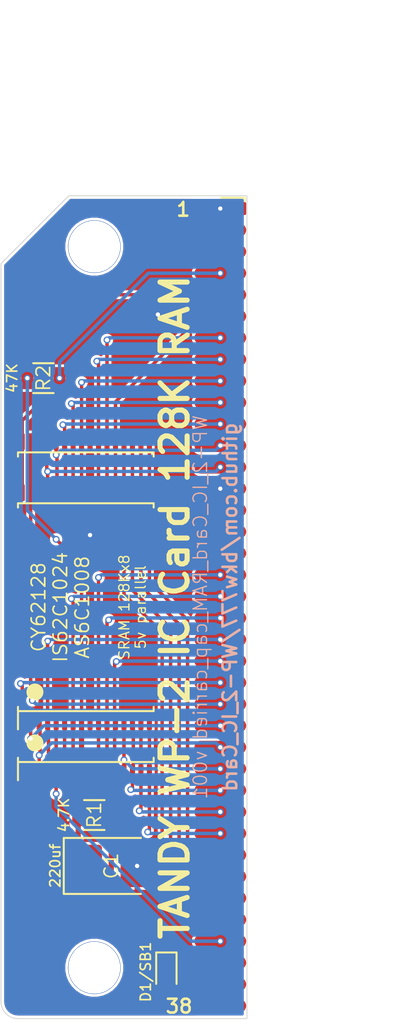
<source format=kicad_pcb>
(kicad_pcb (version 20171130) (host pcbnew 5.1.7-a382d34a8~87~ubuntu20.04.1)

  (general
    (thickness 0.8)
    (drawings 13)
    (tracks 225)
    (zones 0)
    (modules 10)
    (nets 35)
  )

  (page USLetter)
  (title_block
    (title "WP-2 128K RAM IC-Card")
    (date 2020-09-26)
    (company "Brian K. White - b.kenyon.w@gmail.com")
  )

  (layers
    (0 F.Cu signal)
    (31 B.Cu signal)
    (33 F.Adhes user)
    (35 F.Paste user)
    (36 B.SilkS user)
    (37 F.SilkS user)
    (38 B.Mask user)
    (39 F.Mask user)
    (40 Dwgs.User user)
    (41 Cmts.User user hide)
    (42 Eco1.User user hide)
    (43 Eco2.User user hide)
    (44 Edge.Cuts user)
    (45 Margin user hide)
    (46 B.CrtYd user hide)
    (47 F.CrtYd user hide)
    (49 F.Fab user hide)
  )

  (setup
    (last_trace_width 0.254)
    (user_trace_width 0.1524)
    (user_trace_width 0.1778)
    (user_trace_width 0.2032)
    (user_trace_width 0.3048)
    (user_trace_width 0.508)
    (trace_clearance 0.1524)
    (zone_clearance 0.16)
    (zone_45_only no)
    (trace_min 0.1524)
    (via_size 0.4064)
    (via_drill 0.254)
    (via_min_size 0.4064)
    (via_min_drill 0.254)
    (uvia_size 0.4064)
    (uvia_drill 0.254)
    (uvias_allowed no)
    (uvia_min_size 0.4064)
    (uvia_min_drill 0.254)
    (edge_width 0.05)
    (segment_width 0.2)
    (pcb_text_width 0.3)
    (pcb_text_size 1.5 1.5)
    (mod_edge_width 0.12)
    (mod_text_size 1 1)
    (mod_text_width 0.15)
    (pad_size 0.3 1)
    (pad_drill 0)
    (pad_to_mask_clearance 0)
    (aux_axis_origin 158.75 99.695)
    (grid_origin 158.75 99.695)
    (visible_elements FFFFFF7F)
    (pcbplotparams
      (layerselection 0x010f0_ffffffff)
      (usegerberextensions false)
      (usegerberattributes true)
      (usegerberadvancedattributes true)
      (creategerberjobfile true)
      (excludeedgelayer true)
      (linewidth 0.100000)
      (plotframeref false)
      (viasonmask false)
      (mode 1)
      (useauxorigin false)
      (hpglpennumber 1)
      (hpglpenspeed 20)
      (hpglpendiameter 15.000000)
      (psnegative false)
      (psa4output false)
      (plotreference true)
      (plotvalue true)
      (plotinvisibletext false)
      (padsonsilk false)
      (subtractmaskfromsilk false)
      (outputformat 1)
      (mirror false)
      (drillshape 0)
      (scaleselection 1)
      (outputdirectory "GERBER_WP-2_IC_Card_v003_RAM"))
  )

  (net 0 "")
  (net 1 GND)
  (net 2 /CE2)
  (net 3 /~CE1)
  (net 4 /~OE)
  (net 5 /D0)
  (net 6 /D1)
  (net 7 /D2)
  (net 8 /D3)
  (net 9 /D4)
  (net 10 /D5)
  (net 11 /D6)
  (net 12 /D7)
  (net 13 /A16)
  (net 14 /A15)
  (net 15 /A14)
  (net 16 /A13)
  (net 17 /A12)
  (net 18 /A11)
  (net 19 /A10)
  (net 20 /A9)
  (net 21 /A8)
  (net 22 /A7)
  (net 23 /A6)
  (net 24 /A5)
  (net 25 /A4)
  (net 26 /A3)
  (net 27 /A2)
  (net 28 /A1)
  (net 29 /A0)
  (net 30 /R~W)
  (net 31 /~DET)
  (net 32 "Net-(C1-Pad1)")
  (net 33 VBUS)
  (net 34 VMEM)

  (net_class Default "This is the default net class."
    (clearance 0.1524)
    (trace_width 0.254)
    (via_dia 0.4064)
    (via_drill 0.254)
    (uvia_dia 0.4064)
    (uvia_drill 0.254)
    (diff_pair_width 0.1524)
    (diff_pair_gap 0.2032)
    (add_net /A0)
    (add_net /A1)
    (add_net /A10)
    (add_net /A11)
    (add_net /A12)
    (add_net /A13)
    (add_net /A14)
    (add_net /A15)
    (add_net /A16)
    (add_net /A2)
    (add_net /A3)
    (add_net /A4)
    (add_net /A5)
    (add_net /A6)
    (add_net /A7)
    (add_net /A8)
    (add_net /A9)
    (add_net /CE2)
    (add_net /D0)
    (add_net /D1)
    (add_net /D2)
    (add_net /D3)
    (add_net /D4)
    (add_net /D5)
    (add_net /D6)
    (add_net /D7)
    (add_net /R~W)
    (add_net /~CE1)
    (add_net /~DET)
    (add_net /~OE)
    (add_net GND)
    (add_net "Net-(C1-Pad1)")
    (add_net VBUS)
    (add_net VMEM)
  )

  (module 0_LOCAL:D_SOD-523_bridgeable (layer F.Cu) (tedit 5F9BBA97) (tstamp 5F8B500C)
    (at 154 121.195 270)
    (descr "http://www.diodes.com/datasheets/ap02001.pdf p.144")
    (tags "Diode SOD523")
    (path /5F8D99B0)
    (attr smd)
    (fp_text reference D1/SB1 (at 0 1.219 270) (layer F.SilkS)
      (effects (font (size 0.6 0.6) (thickness 0.1)))
    )
    (fp_text value 1SS389 (at 0 1.4 270) (layer F.Fab)
      (effects (font (size 1 1) (thickness 0.15)))
    )
    (fp_poly (pts (xy 0.25 0.35) (xy -0.25 0.35) (xy -0.25 -0.35) (xy 0.25 -0.35)) (layer F.Mask) (width 0.001))
    (fp_line (start 0.7 0.6) (end -1.15 0.6) (layer F.SilkS) (width 0.12))
    (fp_line (start 0.7 -0.6) (end -1.15 -0.6) (layer F.SilkS) (width 0.12))
    (fp_line (start 0.65 0.45) (end -0.65 0.45) (layer F.Fab) (width 0.1))
    (fp_line (start -0.65 0.45) (end -0.65 -0.45) (layer F.Fab) (width 0.1))
    (fp_line (start -0.65 -0.45) (end 0.65 -0.45) (layer F.Fab) (width 0.1))
    (fp_line (start 0.65 -0.45) (end 0.65 0.45) (layer F.Fab) (width 0.1))
    (fp_line (start -0.2 0.2) (end -0.2 -0.2) (layer F.Fab) (width 0.1))
    (fp_line (start -0.2 0) (end -0.35 0) (layer F.Fab) (width 0.1))
    (fp_line (start -0.2 0) (end 0.1 0.2) (layer F.Fab) (width 0.1))
    (fp_line (start 0.1 0.2) (end 0.1 -0.2) (layer F.Fab) (width 0.1))
    (fp_line (start 0.1 -0.2) (end -0.2 0) (layer F.Fab) (width 0.1))
    (fp_line (start 0.1 0) (end 0.25 0) (layer F.Fab) (width 0.1))
    (fp_line (start 1.25 0.7) (end -1.25 0.7) (layer F.CrtYd) (width 0.05))
    (fp_line (start -1.25 0.7) (end -1.25 -0.7) (layer F.CrtYd) (width 0.05))
    (fp_line (start -1.25 -0.7) (end 1.25 -0.7) (layer F.CrtYd) (width 0.05))
    (fp_line (start 1.25 -0.7) (end 1.25 0.7) (layer F.CrtYd) (width 0.05))
    (fp_line (start -1.15 -0.6) (end -1.15 0.6) (layer F.SilkS) (width 0.12))
    (fp_text user %R (at 0 -1.3 270) (layer F.Fab)
      (effects (font (size 1 1) (thickness 0.15)))
    )
    (pad 2 smd custom (at 0.7 0 270) (size 0.6 0.7) (layers F.Cu F.Paste F.Mask)
      (net 33 VBUS)
      (options (clearance outline) (anchor circle))
      (primitives
        (gr_poly (pts
           (xy 0.26 0.31) (xy -0.44 0.31) (xy -0.64 0) (xy -0.44 -0.31) (xy 0.26 -0.31)
) (width 0.08))
      ))
    (pad 1 smd custom (at -0.7 0 270) (size 0.6 0.7) (layers F.Cu F.Paste F.Mask)
      (net 34 VMEM)
      (options (clearance outline) (anchor circle))
      (primitives
        (gr_poly (pts
           (xy 0.44 0) (xy 0.64 0.31) (xy -0.26 0.31) (xy -0.26 -0.31) (xy 0.64 -0.31)
) (width 0.08))
      ))
    (model ${KIPRJMOD}/3d/D_SOD-523.step
      (at (xyz 0 0 0))
      (scale (xyz 1 1 1))
      (rotate (xyz 0 0 0))
    )
    (model ${KIPRJMOD}/3d/Solder_Bridge_0.7x2.0_rounded_rect.step_x
      (offset (xyz -1 -0.35 0))
      (scale (xyz 1 1 1))
      (rotate (xyz 0 0 0))
    )
  )

  (module 0_LOCAL:TSOP32-20mm (layer F.Cu) (tedit 5F9BAC03) (tstamp 5F755D97)
    (at 149.25 99.695)
    (descr "Module CMS TSOP 32 pins")
    (tags "CMS TSOP")
    (path /5F718069)
    (attr smd)
    (fp_text reference U1 (at 0.009 8.382 180) (layer F.SilkS) hide
      (effects (font (size 1 1) (thickness 0.15)))
    )
    (fp_text value "SRAM 128Kx8 5v Parallel" (at 0 5) (layer F.Fab)
      (effects (font (size 1 1) (thickness 0.15)))
    )
    (fp_line (start 4 -9.125) (end 4 -8.875) (layer F.SilkS) (width 0.12))
    (fp_line (start -4 -9.125) (end -4 -8.875) (layer F.SilkS) (width 0.12))
    (fp_line (start 4 9.125) (end 4 8.875) (layer F.SilkS) (width 0.12))
    (fp_line (start -4 10.2) (end -4 8.875) (layer F.SilkS) (width 0.12))
    (fp_line (start 4 -9.125) (end -4 -9.125) (layer F.SilkS) (width 0.12))
    (fp_line (start -4 9.125) (end 4 9.125) (layer F.SilkS) (width 0.12))
    (fp_circle (center -3 8) (end -2.75 8) (layer F.SilkS) (width 0.5))
    (fp_text user %R (at 0 0) (layer F.Fab)
      (effects (font (size 1 1) (thickness 0.15)))
    )
    (pad 1 smd roundrect (at -3.75 9.75) (size 0.3 1) (layers F.Cu F.Paste F.Mask) (roundrect_rratio 0.25)
      (net 18 /A11))
    (pad 2 smd roundrect (at -3.25 9.75) (size 0.3 1) (layers F.Cu F.Paste F.Mask) (roundrect_rratio 0.25)
      (net 20 /A9))
    (pad 3 smd roundrect (at -2.75 9.75) (size 0.3 1) (layers F.Cu F.Paste F.Mask) (roundrect_rratio 0.25)
      (net 21 /A8))
    (pad 4 smd roundrect (at -2.25 9.75) (size 0.3 1) (layers F.Cu F.Paste F.Mask) (roundrect_rratio 0.25)
      (net 16 /A13))
    (pad 5 smd roundrect (at -1.75 9.75) (size 0.3 1) (layers F.Cu F.Paste F.Mask) (roundrect_rratio 0.25)
      (net 30 /R~W))
    (pad 6 smd roundrect (at -1.25 9.75) (size 0.3 1) (layers F.Cu F.Paste F.Mask) (roundrect_rratio 0.25)
      (net 2 /CE2))
    (pad 7 smd roundrect (at -0.75 9.75) (size 0.3 1) (layers F.Cu F.Paste F.Mask) (roundrect_rratio 0.25)
      (net 14 /A15))
    (pad 8 smd roundrect (at -0.25 9.75) (size 0.3 1) (layers F.Cu F.Paste F.Mask) (roundrect_rratio 0.25)
      (net 34 VMEM))
    (pad 9 smd roundrect (at 0.25 9.75) (size 0.3 1) (layers F.Cu F.Paste F.Mask) (roundrect_rratio 0.25))
    (pad 10 smd roundrect (at 0.75 9.75) (size 0.3 1) (layers F.Cu F.Paste F.Mask) (roundrect_rratio 0.25)
      (net 13 /A16))
    (pad 11 smd roundrect (at 1.25 9.75) (size 0.3 1) (layers F.Cu F.Paste F.Mask) (roundrect_rratio 0.25)
      (net 15 /A14))
    (pad 12 smd roundrect (at 1.75 9.75) (size 0.3 1) (layers F.Cu F.Paste F.Mask) (roundrect_rratio 0.25)
      (net 17 /A12))
    (pad 13 smd roundrect (at 2.25 9.75) (size 0.3 1) (layers F.Cu F.Paste F.Mask) (roundrect_rratio 0.25)
      (net 22 /A7))
    (pad 14 smd roundrect (at 2.75 9.75) (size 0.3 1) (layers F.Cu F.Paste F.Mask) (roundrect_rratio 0.25)
      (net 23 /A6))
    (pad 15 smd roundrect (at 3.25 9.75) (size 0.3 1) (layers F.Cu F.Paste F.Mask) (roundrect_rratio 0.25)
      (net 24 /A5))
    (pad 16 smd roundrect (at 3.75 9.75) (size 0.3 1) (layers F.Cu F.Paste F.Mask) (roundrect_rratio 0.25)
      (net 25 /A4))
    (pad 17 smd roundrect (at 3.75 -9.75) (size 0.3 1) (layers F.Cu F.Paste F.Mask) (roundrect_rratio 0.25)
      (net 26 /A3))
    (pad 18 smd roundrect (at 3.25 -9.75) (size 0.3 1) (layers F.Cu F.Paste F.Mask) (roundrect_rratio 0.25)
      (net 27 /A2))
    (pad 19 smd roundrect (at 2.75 -9.75) (size 0.3 1) (layers F.Cu F.Paste F.Mask) (roundrect_rratio 0.25)
      (net 28 /A1))
    (pad 20 smd roundrect (at 2.25 -9.75) (size 0.3 1) (layers F.Cu F.Paste F.Mask) (roundrect_rratio 0.25)
      (net 29 /A0))
    (pad 21 smd roundrect (at 1.75 -9.75) (size 0.3 1) (layers F.Cu F.Paste F.Mask) (roundrect_rratio 0.25)
      (net 5 /D0))
    (pad 22 smd roundrect (at 1.25 -9.75) (size 0.3 1) (layers F.Cu F.Paste F.Mask) (roundrect_rratio 0.25)
      (net 6 /D1))
    (pad 23 smd roundrect (at 0.75 -9.75) (size 0.3 1) (layers F.Cu F.Paste F.Mask) (roundrect_rratio 0.25)
      (net 7 /D2))
    (pad 24 smd roundrect (at 0.25 -9.75) (size 0.3 1) (layers F.Cu F.Paste F.Mask) (roundrect_rratio 0.25)
      (net 1 GND))
    (pad 25 smd roundrect (at -0.25 -9.75) (size 0.3 1) (layers F.Cu F.Paste F.Mask) (roundrect_rratio 0.25)
      (net 8 /D3))
    (pad 26 smd roundrect (at -0.75 -9.75) (size 0.3 1) (layers F.Cu F.Paste F.Mask) (roundrect_rratio 0.25)
      (net 9 /D4))
    (pad 27 smd roundrect (at -1.25 -9.75) (size 0.3 1) (layers F.Cu F.Paste F.Mask) (roundrect_rratio 0.25)
      (net 10 /D5))
    (pad 28 smd roundrect (at -1.75 -9.75) (size 0.3 1) (layers F.Cu F.Paste F.Mask) (roundrect_rratio 0.25)
      (net 11 /D6))
    (pad 29 smd roundrect (at -2.25 -9.75) (size 0.3 1) (layers F.Cu F.Paste F.Mask) (roundrect_rratio 0.25)
      (net 12 /D7))
    (pad 30 smd roundrect (at -2.75 -9.75) (size 0.3 1) (layers F.Cu F.Paste F.Mask) (roundrect_rratio 0.25)
      (net 3 /~CE1))
    (pad 31 smd roundrect (at -3.25 -9.75) (size 0.3 1) (layers F.Cu F.Paste F.Mask) (roundrect_rratio 0.25)
      (net 19 /A10))
    (pad 32 smd roundrect (at -3.75 -9.75) (size 0.3 1) (layers F.Cu F.Paste F.Mask) (roundrect_rratio 0.25)
      (net 4 /~OE))
    (model ${KIPRJMOD}/3d/TSOP32_8X20.step_x
      (at (xyz 0 0 0))
      (scale (xyz 1 1 1))
      (rotate (xyz 0 0 -90))
    )
  )

  (module 0_LOCAL:TSOP32-14mm (layer F.Cu) (tedit 5F8D316E) (tstamp 5F8B96FE)
    (at 149.25 99.695)
    (descr "Module CMS TSOP 32 pins")
    (tags "CMS TSOP")
    (path /5F906116)
    (attr smd)
    (fp_text reference U2 (at 0 5.334 180) (layer F.SilkS) hide
      (effects (font (size 1 1) (thickness 0.15)))
    )
    (fp_text value "SRAM 128Kx8 5v Parallel" (at 0 0 90) (layer F.Fab) hide
      (effects (font (size 0.8 0.8) (thickness 0.1)))
    )
    (fp_line (start 4 -6.125) (end 4 -5.875) (layer F.SilkS) (width 0.12))
    (fp_line (start -4 -6.125) (end -4 -5.875) (layer F.SilkS) (width 0.12))
    (fp_line (start 4 6.125) (end 4 5.875) (layer F.SilkS) (width 0.12))
    (fp_line (start -4 7.2) (end -4 5.875) (layer F.SilkS) (width 0.12))
    (fp_line (start 4 -6.125) (end -4 -6.125) (layer F.SilkS) (width 0.12))
    (fp_line (start -4 6.125) (end 4 6.125) (layer F.SilkS) (width 0.12))
    (fp_circle (center -3 5) (end -2.75 5) (layer F.SilkS) (width 0.5))
    (pad 1 smd roundrect (at -3.75 6.75) (size 0.3 1) (layers F.Cu F.Paste F.Mask) (roundrect_rratio 0.25)
      (net 18 /A11))
    (pad 2 smd roundrect (at -3.25 6.75) (size 0.3 1) (layers F.Cu F.Paste F.Mask) (roundrect_rratio 0.25)
      (net 20 /A9))
    (pad 3 smd roundrect (at -2.75 6.75) (size 0.3 1) (layers F.Cu F.Paste F.Mask) (roundrect_rratio 0.25)
      (net 21 /A8))
    (pad 4 smd roundrect (at -2.25 6.75) (size 0.3 1) (layers F.Cu F.Paste F.Mask) (roundrect_rratio 0.25)
      (net 16 /A13))
    (pad 5 smd roundrect (at -1.75 6.75) (size 0.3 1) (layers F.Cu F.Paste F.Mask) (roundrect_rratio 0.25)
      (net 30 /R~W))
    (pad 6 smd roundrect (at -1.25 6.75) (size 0.3 1) (layers F.Cu F.Paste F.Mask) (roundrect_rratio 0.25)
      (net 2 /CE2))
    (pad 7 smd roundrect (at -0.75 6.75) (size 0.3 1) (layers F.Cu F.Paste F.Mask) (roundrect_rratio 0.25)
      (net 14 /A15))
    (pad 8 smd roundrect (at -0.25 6.75) (size 0.3 1) (layers F.Cu F.Paste F.Mask) (roundrect_rratio 0.25)
      (net 34 VMEM))
    (pad 9 smd roundrect (at 0.25 6.75) (size 0.3 1) (layers F.Cu F.Paste F.Mask) (roundrect_rratio 0.25))
    (pad 10 smd roundrect (at 0.75 6.75) (size 0.3 1) (layers F.Cu F.Paste F.Mask) (roundrect_rratio 0.25)
      (net 13 /A16))
    (pad 11 smd roundrect (at 1.25 6.75) (size 0.3 1) (layers F.Cu F.Paste F.Mask) (roundrect_rratio 0.25)
      (net 15 /A14))
    (pad 12 smd roundrect (at 1.75 6.75) (size 0.3 1) (layers F.Cu F.Paste F.Mask) (roundrect_rratio 0.25)
      (net 17 /A12))
    (pad 13 smd roundrect (at 2.25 6.75) (size 0.3 1) (layers F.Cu F.Paste F.Mask) (roundrect_rratio 0.25)
      (net 22 /A7))
    (pad 14 smd roundrect (at 2.75 6.75) (size 0.3 1) (layers F.Cu F.Paste F.Mask) (roundrect_rratio 0.25)
      (net 23 /A6))
    (pad 15 smd roundrect (at 3.25 6.75) (size 0.3 1) (layers F.Cu F.Paste F.Mask) (roundrect_rratio 0.25)
      (net 24 /A5))
    (pad 16 smd roundrect (at 3.75 6.75) (size 0.3 1) (layers F.Cu F.Paste F.Mask) (roundrect_rratio 0.25)
      (net 25 /A4))
    (pad 17 smd roundrect (at 3.75 -6.75) (size 0.3 1) (layers F.Cu F.Paste F.Mask) (roundrect_rratio 0.25)
      (net 26 /A3))
    (pad 18 smd roundrect (at 3.25 -6.75) (size 0.3 1) (layers F.Cu F.Paste F.Mask) (roundrect_rratio 0.25)
      (net 27 /A2))
    (pad 19 smd roundrect (at 2.75 -6.75) (size 0.3 1) (layers F.Cu F.Paste F.Mask) (roundrect_rratio 0.25)
      (net 28 /A1))
    (pad 20 smd roundrect (at 2.25 -6.75) (size 0.3 1) (layers F.Cu F.Paste F.Mask) (roundrect_rratio 0.25)
      (net 29 /A0))
    (pad 21 smd roundrect (at 1.75 -6.75) (size 0.3 1) (layers F.Cu F.Paste F.Mask) (roundrect_rratio 0.25)
      (net 5 /D0))
    (pad 22 smd roundrect (at 1.25 -6.75) (size 0.3 1) (layers F.Cu F.Paste F.Mask) (roundrect_rratio 0.25)
      (net 6 /D1))
    (pad 23 smd roundrect (at 0.75 -6.75) (size 0.3 1) (layers F.Cu F.Paste F.Mask) (roundrect_rratio 0.25)
      (net 7 /D2))
    (pad 24 smd roundrect (at 0.25 -6.75) (size 0.3 1) (layers F.Cu F.Paste F.Mask) (roundrect_rratio 0.25)
      (net 1 GND))
    (pad 25 smd roundrect (at -0.25 -6.75) (size 0.3 1) (layers F.Cu F.Paste F.Mask) (roundrect_rratio 0.25)
      (net 8 /D3))
    (pad 26 smd roundrect (at -0.75 -6.75) (size 0.3 1) (layers F.Cu F.Paste F.Mask) (roundrect_rratio 0.25)
      (net 9 /D4))
    (pad 27 smd roundrect (at -1.25 -6.75) (size 0.3 1) (layers F.Cu F.Paste F.Mask) (roundrect_rratio 0.25)
      (net 10 /D5))
    (pad 28 smd roundrect (at -1.75 -6.75) (size 0.3 1) (layers F.Cu F.Paste F.Mask) (roundrect_rratio 0.25)
      (net 11 /D6))
    (pad 29 smd roundrect (at -2.25 -6.75) (size 0.3 1) (layers F.Cu F.Paste F.Mask) (roundrect_rratio 0.25)
      (net 12 /D7))
    (pad 30 smd roundrect (at -2.75 -6.75) (size 0.3 1) (layers F.Cu F.Paste F.Mask) (roundrect_rratio 0.25)
      (net 3 /~CE1))
    (pad 31 smd roundrect (at -3.25 -6.75) (size 0.3 1) (layers F.Cu F.Paste F.Mask) (roundrect_rratio 0.25)
      (net 19 /A10))
    (pad 32 smd roundrect (at -3.75 -6.75) (size 0.3 1) (layers F.Cu F.Paste F.Mask) (roundrect_rratio 0.25)
      (net 4 /~OE))
    (model ${KIPRJMOD}/3d/TSOP32_8x14.step
      (at (xyz 0 0 0))
      (scale (xyz 1 1 1))
      (rotate (xyz 0 0 -90))
    )
  )

  (module 0_LOCAL:Net_Tie_2p_8mil (layer F.Cu) (tedit 5F70D483) (tstamp 5F8BC50C)
    (at 148.5 110.245)
    (path /5F9A2ABC)
    (fp_text reference NT2 (at 0 1.016) (layer F.SilkS) hide
      (effects (font (size 0.508 0.508) (thickness 0.1016)))
    )
    (fp_text value Net-Tie_2 (at 0 -2) (layer F.Fab)
      (effects (font (size 1 1) (thickness 0.01)))
    )
    (fp_line (start -0.2032 0) (end 0.2032 0) (layer F.Cu) (width 0.2032))
    (pad 2 smd circle (at 0.2032 0) (size 0.2032 0.2032) (layers F.Cu)
      (net 34 VMEM))
    (pad 1 smd circle (at -0.2032 0) (size 0.2032 0.2032) (layers F.Cu)
      (net 2 /CE2))
  )

  (module 0_LOCAL:R_0805 (layer F.Cu) (tedit 5F8B5224) (tstamp 5F752AD5)
    (at 146.75 86.195)
    (descr "Resistor SMD 0805, reflow soldering, Vishay (see dcrcw.pdf)")
    (tags "resistor 0805")
    (path /5F9FA366)
    (attr smd)
    (fp_text reference R2 (at 0 0 -270 unlocked) (layer F.SilkS)
      (effects (font (size 0.8 0.8) (thickness 0.1)))
    )
    (fp_text value 47K (at -1.843 0 90) (layer F.SilkS)
      (effects (font (size 0.6 0.6) (thickness 0.1)))
    )
    (fp_line (start -1 0.62) (end -1 -0.62) (layer F.Fab) (width 0.1))
    (fp_line (start 1 0.62) (end -1 0.62) (layer F.Fab) (width 0.1))
    (fp_line (start 1 -0.62) (end 1 0.62) (layer F.Fab) (width 0.1))
    (fp_line (start -1 -0.62) (end 1 -0.62) (layer F.Fab) (width 0.1))
    (fp_line (start 0.6 0.88) (end -0.6 0.88) (layer F.SilkS) (width 0.12))
    (fp_line (start -0.6 -0.88) (end 0.6 -0.88) (layer F.SilkS) (width 0.12))
    (fp_line (start -1.55 -0.9) (end 1.55 -0.9) (layer F.CrtYd) (width 0.05))
    (fp_line (start -1.55 -0.9) (end -1.55 0.9) (layer F.CrtYd) (width 0.05))
    (fp_line (start 1.55 0.9) (end 1.55 -0.9) (layer F.CrtYd) (width 0.05))
    (fp_line (start 1.55 0.9) (end -1.55 0.9) (layer F.CrtYd) (width 0.05))
    (fp_text user %R (at 0 0) (layer F.Fab)
      (effects (font (size 0.5 0.5) (thickness 0.075)))
    )
    (pad 1 smd roundrect (at -0.95 0) (size 0.7 1.3) (layers F.Cu F.Paste F.Mask) (roundrect_rratio 0.1)
      (net 34 VMEM))
    (pad 2 smd roundrect (at 0.95 0) (size 0.7 1.3) (layers F.Cu F.Paste F.Mask) (roundrect_rratio 0.1)
      (net 3 /~CE1))
    (model ${KIPRJMOD}/3d/R_0805_2012Metric.step
      (at (xyz 0 0 0))
      (scale (xyz 1 1 1))
      (rotate (xyz 0 0 0))
    )
  )

  (module 0_LOCAL:R_0805 (layer F.Cu) (tedit 5F8B5224) (tstamp 5F752ACC)
    (at 149.75 111.945 180)
    (descr "Resistor SMD 0805, reflow soldering, Vishay (see dcrcw.pdf)")
    (tags "resistor 0805")
    (path /5F805237)
    (attr smd)
    (fp_text reference R1 (at 0 0 90 unlocked) (layer F.SilkS)
      (effects (font (size 0.8 0.8) (thickness 0.1)))
    )
    (fp_text value 4.7K (at 1.795 0 90 unlocked) (layer F.SilkS)
      (effects (font (size 0.6 0.6) (thickness 0.1)))
    )
    (fp_line (start -1 0.62) (end -1 -0.62) (layer F.Fab) (width 0.1))
    (fp_line (start 1 0.62) (end -1 0.62) (layer F.Fab) (width 0.1))
    (fp_line (start 1 -0.62) (end 1 0.62) (layer F.Fab) (width 0.1))
    (fp_line (start -1 -0.62) (end 1 -0.62) (layer F.Fab) (width 0.1))
    (fp_line (start 0.6 0.88) (end -0.6 0.88) (layer F.SilkS) (width 0.12))
    (fp_line (start -0.6 -0.88) (end 0.6 -0.88) (layer F.SilkS) (width 0.12))
    (fp_line (start -1.55 -0.9) (end 1.55 -0.9) (layer F.CrtYd) (width 0.05))
    (fp_line (start -1.55 -0.9) (end -1.55 0.9) (layer F.CrtYd) (width 0.05))
    (fp_line (start 1.55 0.9) (end 1.55 -0.9) (layer F.CrtYd) (width 0.05))
    (fp_line (start 1.55 0.9) (end -1.55 0.9) (layer F.CrtYd) (width 0.05))
    (fp_text user %R (at 0 0) (layer F.Fab)
      (effects (font (size 0.5 0.5) (thickness 0.075)))
    )
    (pad 1 smd roundrect (at -0.95 0 180) (size 0.7 1.3) (layers F.Cu F.Paste F.Mask) (roundrect_rratio 0.1)
      (net 34 VMEM))
    (pad 2 smd roundrect (at 0.95 0 180) (size 0.7 1.3) (layers F.Cu F.Paste F.Mask) (roundrect_rratio 0.1)
      (net 32 "Net-(C1-Pad1)"))
    (model ${KIPRJMOD}/3d/R_0805_2012Metric.step
      (at (xyz 0 0 0))
      (scale (xyz 1 1 1))
      (rotate (xyz 0 0 0))
    )
  )

  (module 0_LOCAL:CP_Tantalum_Case-B_EIA-3528-21_Reflow (layer F.Cu) (tedit 5F8B51DC) (tstamp 5F75A301)
    (at 150.75 114.945)
    (descr "Tantalum capacitor, Case B, EIA 3528-21, 3.5x2.8x1.9mm, Reflow soldering footprint")
    (tags "capacitor tantalum smd")
    (path /5F7F0020)
    (attr smd)
    (fp_text reference C1 (at 0 0 90 unlocked) (layer F.SilkS)
      (effects (font (size 0.8 0.8) (thickness 0.1)))
    )
    (fp_text value 220uf (at -3.303 -0.01 270) (layer F.SilkS)
      (effects (font (size 0.6 0.6) (thickness 0.1)))
    )
    (fp_line (start -2.8 -1.65) (end -2.8 1.65) (layer F.SilkS) (width 0.12))
    (fp_line (start -2.8 1.65) (end 1.75 1.65) (layer F.SilkS) (width 0.12))
    (fp_line (start -2.8 -1.65) (end 1.75 -1.65) (layer F.SilkS) (width 0.12))
    (fp_line (start -1.225 -1.4) (end -1.225 1.4) (layer F.Fab) (width 0.1))
    (fp_line (start -1.4 -1.4) (end -1.4 1.4) (layer F.Fab) (width 0.1))
    (fp_line (start 1.75 -1.4) (end -1.75 -1.4) (layer F.Fab) (width 0.1))
    (fp_line (start 1.75 1.4) (end 1.75 -1.4) (layer F.Fab) (width 0.1))
    (fp_line (start -1.75 1.4) (end 1.75 1.4) (layer F.Fab) (width 0.1))
    (fp_line (start -1.75 -1.4) (end -1.75 1.4) (layer F.Fab) (width 0.1))
    (fp_line (start 2.85 -1.75) (end -2.85 -1.75) (layer F.CrtYd) (width 0.05))
    (fp_line (start 2.85 1.75) (end 2.85 -1.75) (layer F.CrtYd) (width 0.05))
    (fp_line (start -2.85 1.75) (end 2.85 1.75) (layer F.CrtYd) (width 0.05))
    (fp_line (start -2.85 -1.75) (end -2.85 1.75) (layer F.CrtYd) (width 0.05))
    (fp_text user %R (at 0 0 180) (layer F.Fab)
      (effects (font (size 0.8 0.8) (thickness 0.12)))
    )
    (pad 1 smd roundrect (at -1.525 0) (size 1.95 2.5) (layers F.Cu F.Paste F.Mask) (roundrect_rratio 0.1)
      (net 32 "Net-(C1-Pad1)"))
    (pad 2 smd roundrect (at 1.525 0) (size 1.95 2.5) (layers F.Cu F.Paste F.Mask) (roundrect_rratio 0.1)
      (net 1 GND))
    (model ${KIPRJMOD}/3d/TLNT_AVX.step
      (at (xyz 0 0 0))
      (scale (xyz 1 1 1))
      (rotate (xyz 0 0 0))
    )
  )

  (module 0_LOCAL:WP-2_IC_Card_Carrier_v003 (layer F.Cu) (tedit 5F8B514A) (tstamp 5F76679F)
    (at 158.75 99.695)
    (attr virtual)
    (fp_text reference Carrier (at 0 -2 270) (layer Dwgs.User) hide
      (effects (font (size 4 4) (thickness 0.12)))
    )
    (fp_text value WP-2_IC_Card_Carrier_v003 (at 0 2 270) (layer F.Fab) hide
      (effects (font (size 4 4) (thickness 0.01)))
    )
    (fp_line (start -14.5 -20.25) (end -10.5 -24.25) (layer Dwgs.User) (width 0.12))
    (fp_line (start -10.5 -24.25) (end 0 -24.25) (layer Dwgs.User) (width 0.12))
    (fp_line (start -14.5 24.25) (end -14.5 -20.25) (layer Dwgs.User) (width 0.12))
    (fp_line (start 0 24.25) (end -14.5 24.25) (layer Dwgs.User) (width 0.12))
    (fp_line (start -9 18.75) (end -12.75 18.75) (layer Dwgs.User) (width 0.12))
    (fp_line (start -6.5 22.5) (end -6.5 21.25) (layer Dwgs.User) (width 0.12))
    (fp_line (start -6.5 -22.5) (end -6.5 -21.25) (layer Dwgs.User) (width 0.12))
    (fp_line (start -12.75 -18.75) (end -9 -18.75) (layer Dwgs.User) (width 0.12))
    (fp_line (start -4 -23.5) (end -5.5 -23.5) (layer Dwgs.User) (width 0.12))
    (fp_line (start 0 24.25) (end 0 -24.25) (layer Dwgs.User) (width 0.12))
    (fp_line (start -5.5 23.5) (end -4 23.5) (layer Dwgs.User) (width 0.12))
    (fp_line (start -13.75 -17.75) (end -13.75 17.75) (layer Dwgs.User) (width 0.12))
    (fp_line (start -3 22.5) (end -3 -22.5) (layer Dwgs.User) (width 0.12))
    (fp_arc (start -4 22.5) (end -4 23.5) (angle -90) (layer Dwgs.User) (width 0.12))
    (fp_arc (start -5.5 22.5) (end -6.5 22.5) (angle -90) (layer Dwgs.User) (width 0.12))
    (fp_arc (start -12.75 17.75) (end -13.75 17.75) (angle -90) (layer Dwgs.User) (width 0.12))
    (fp_arc (start -4 -22.5) (end -3 -22.5) (angle -90) (layer Dwgs.User) (width 0.12))
    (fp_arc (start -5.5 -22.5) (end -5.5 -23.5) (angle -90) (layer Dwgs.User) (width 0.12))
    (fp_arc (start -12.75 -17.75) (end -12.75 -18.75) (angle -90) (layer Dwgs.User) (width 0.12))
    (fp_arc (start -9 -21.25) (end -9 -18.75) (angle -90) (layer Dwgs.User) (width 0.12))
    (fp_arc (start -9 21.25) (end -6.5 21.25) (angle -90) (layer Dwgs.User) (width 0.12))
    (pad "" np_thru_hole circle (at -9 21.25 180) (size 3.1 3.1) (drill 3.05) (layers *.Cu *.Mask))
    (pad "" np_thru_hole circle (at -9 -21.25 180) (size 3.1 3.1) (drill 3.05) (layers *.Cu *.Mask))
    (model /home/bkw/src/WP-2_IC_Card/Carrier/WP-2_IC_Card_Carrier_v003.step
      (offset (xyz 0 0 1.8))
      (scale (xyz 1 1 1))
      (rotate (xyz 0 180 -90))
    )
  )

  (module 0_LOCAL:PinSocket_1x38x1.27_edge_s (layer F.Cu) (tedit 5F7C31EE) (tstamp 5F74043C)
    (at 158.75 99.695)
    (descr "Through hole straight socket strip, 1x38, 1.27mm pitch, single row")
    (tags "Through hole socket strip THT 1x38 1.27mm single row")
    (path /5F6EF0A3)
    (attr smd)
    (fp_text reference J1 (at -2.8956 4.4196 -90) (layer F.SilkS) hide
      (effects (font (size 1 1) (thickness 0.15)))
    )
    (fp_text value Conn_01x38_Female (at -2.921 23.114 -90) (layer F.Fab)
      (effects (font (size 1 1) (thickness 0.15)))
    )
    (fp_line (start 0 24.13) (end 0 -24.13) (layer F.Fab) (width 0.08))
    (fp_line (start 4.3815 24.13) (end 0 24.13) (layer F.Fab) (width 0.08))
    (fp_line (start 4.3815 -24.13) (end 4.3815 24.13) (layer F.Fab) (width 0.08))
    (fp_line (start 0 -24.13) (end 4.3815 -24.13) (layer F.Fab) (width 0.08))
    (fp_line (start 7.9375 -25.4) (end 7.9375 -26.035) (layer F.Fab) (width 0.08))
    (fp_line (start 8.255 -24.257) (end 8.0645 -24.4475) (layer F.Fab) (width 0.08))
    (fp_line (start 7.62 -25.4) (end 8.255 -25.4) (layer F.Fab) (width 0.08))
    (fp_line (start 8.255 -24.257) (end 8.4455 -24.4475) (layer F.Fab) (width 0.08))
    (fp_line (start 8.255 -25.4) (end 7.9375 -25.4) (layer F.Fab) (width 0.08))
    (fp_line (start 8.255 -24.257) (end 8.255 -25.4) (layer F.Fab) (width 0.08))
    (fp_line (start 7.62 -18.8595) (end 7.62 -25.4) (layer F.Fab) (width 0.08))
    (fp_line (start 7.62 -18.8595) (end 7.4295 -19.05) (layer F.Fab) (width 0.08))
    (fp_line (start 7.62 -18.8595) (end 7.8105 -19.05) (layer F.Fab) (width 0.08))
    (fp_line (start 4.064 -25.4) (end 4.064 -26.035) (layer F.Fab) (width 0.08))
    (fp_line (start 4.3815 -25.4) (end 4.064 -25.4) (layer F.Fab) (width 0.08))
    (fp_line (start 3.7465 -25.4) (end 4.3815 -25.4) (layer F.Fab) (width 0.08))
    (fp_line (start 4.3815 -24.257) (end 4.3815 -25.4) (layer F.Fab) (width 0.08))
    (fp_line (start 4.3815 -24.257) (end 4.191 -24.4475) (layer F.Fab) (width 0.08))
    (fp_line (start 4.3815 -24.257) (end 4.572 -24.4475) (layer F.Fab) (width 0.08))
    (fp_line (start 3.7465 -22.6695) (end 3.937 -22.86) (layer F.Fab) (width 0.08))
    (fp_line (start 3.7465 -22.6695) (end 3.556 -22.86) (layer F.Fab) (width 0.08))
    (fp_line (start 3.7465 -22.6695) (end 3.7465 -25.4) (layer F.Fab) (width 0.08))
    (fp_line (start 8.636 -18.0975) (end 8.636 -18.7325) (layer F.Fab) (width 0.08))
    (fp_line (start 2.6035 -18.288) (end 2.6035 -18.542) (layer F.Fab) (width 0.08))
    (fp_line (start 2.794 -18.0975) (end 8.636 -18.0975) (layer F.Fab) (width 0.08))
    (fp_line (start 2.794 -18.7325) (end 2.6035 -18.542) (layer F.Fab) (width 0.08))
    (fp_line (start 2.794 -18.7325) (end 8.636 -18.7325) (layer F.Fab) (width 0.08))
    (fp_line (start 2.794 -18.0975) (end 2.6035 -18.288) (layer F.Fab) (width 0.08))
    (fp_line (start 6.0325 -22.5425) (end 6.0325 -21.9075) (layer F.Fab) (width 0.08))
    (fp_line (start 0 -22.352) (end 0 -22.098) (layer F.Fab) (width 0.08))
    (fp_line (start 0.1905 -22.5425) (end 0 -22.352) (layer F.Fab) (width 0.08))
    (fp_line (start 0.1905 -21.9075) (end 0 -22.098) (layer F.Fab) (width 0.08))
    (fp_line (start 0.1905 -21.9075) (end 6.0325 -21.9075) (layer F.Fab) (width 0.08))
    (fp_line (start 0.1905 -22.5425) (end 6.0325 -22.5425) (layer F.Fab) (width 0.08))
    (fp_line (start 8.509 24.13) (end 5.08 24.13) (layer F.Fab) (width 0.08))
    (fp_line (start 8.509 -24.13) (end 8.509 24.13) (layer F.Fab) (width 0.08))
    (fp_line (start 5.08 -24.13) (end 8.509 -24.13) (layer F.Fab) (width 0.08))
    (fp_line (start -0.127 -24.13) (end -0.127 -23.9395) (layer F.SilkS) (width 0.12))
    (fp_line (start -1.524 -24.13) (end -0.127 -24.13) (layer F.SilkS) (width 0.12))
    (fp_text user "pins 6.0mm" (at 9.8425 -20.574 -90) (layer F.Fab)
      (effects (font (size 0.5 0.5) (thickness 0.05)))
    )
    (fp_text user "Height 8.5mm, Bottom 2.5mm" (at 7.112 -30.0355 -90) (layer F.Fab)
      (effects (font (size 0.5 0.5) (thickness 0.05)))
    )
    (fp_text user "samtec header" (at 8.001 -28.956 -90) (layer F.Fab)
      (effects (font (size 0.5 0.5) (thickness 0.05)))
    )
    (fp_text user "Height 4.4mm, Bottom 0mm" (at 3.2385 -29.718 -90) (layer F.Fab)
      (effects (font (size 0.5 0.5) (thickness 0.05)))
    )
    (fp_text user "generic header" (at 4.1275 -28.956 -90) (layer F.Fab)
      (effects (font (size 0.5 0.5) (thickness 0.05)))
    )
    (fp_text user %R (at 0 -1.695) (layer F.Fab) hide
      (effects (font (size 1 1) (thickness 0.15)))
    )
    (pad 1 smd roundrect (at -1.57 -23.495) (size 3.048 0.762) (layers F.Cu F.Paste F.Mask) (roundrect_rratio 0.1)
      (net 1 GND))
    (pad 2 smd oval (at -1.57 -22.225) (size 3.048 0.762) (layers F.Cu F.Paste F.Mask)
      (net 31 /~DET))
    (pad 3 smd oval (at -1.57 -20.955) (size 3.048 0.762) (layers F.Cu F.Paste F.Mask))
    (pad 4 smd oval (at -1.57 -19.685) (size 3.048 0.762) (layers F.Cu F.Paste F.Mask)
      (net 3 /~CE1))
    (pad 5 smd oval (at -1.57 -18.415) (size 3.048 0.762) (layers F.Cu F.Paste F.Mask)
      (net 4 /~OE))
    (pad 6 smd oval (at -1.57 -17.145) (size 3.048 0.762) (layers F.Cu F.Paste F.Mask)
      (net 5 /D0))
    (pad 7 smd oval (at -1.57 -15.875) (size 3.048 0.762) (layers F.Cu F.Paste F.Mask)
      (net 6 /D1))
    (pad 8 smd oval (at -1.57 -14.605) (size 3.048 0.762) (layers F.Cu F.Paste F.Mask)
      (net 7 /D2))
    (pad 9 smd oval (at -1.57 -13.335) (size 3.048 0.762) (layers F.Cu F.Paste F.Mask)
      (net 8 /D3))
    (pad 10 smd oval (at -1.57 -12.065) (size 3.048 0.762) (layers F.Cu F.Paste F.Mask)
      (net 9 /D4))
    (pad 11 smd oval (at -1.57 -10.795) (size 3.048 0.762) (layers F.Cu F.Paste F.Mask)
      (net 10 /D5))
    (pad 12 smd oval (at -1.57 -9.525) (size 3.048 0.762) (layers F.Cu F.Paste F.Mask)
      (net 11 /D6))
    (pad 13 smd oval (at -1.57 -8.255) (size 3.048 0.762) (layers F.Cu F.Paste F.Mask)
      (net 12 /D7))
    (pad 14 smd oval (at -1.57 -6.985) (size 3.048 0.762) (layers F.Cu F.Paste F.Mask)
      (net 1 GND))
    (pad 15 smd oval (at -1.57 -5.715) (size 3.048 0.762) (layers F.Cu F.Paste F.Mask))
    (pad 16 smd oval (at -1.57 -4.445) (size 3.048 0.762) (layers F.Cu F.Paste F.Mask))
    (pad 17 smd oval (at -1.57 -3.175) (size 3.048 0.762) (layers F.Cu F.Paste F.Mask))
    (pad 18 smd oval (at -1.57 -1.905) (size 3.048 0.762) (layers F.Cu F.Paste F.Mask)
      (net 13 /A16))
    (pad 19 smd oval (at -1.57 -0.635) (size 3.048 0.762) (layers F.Cu F.Paste F.Mask)
      (net 14 /A15))
    (pad 20 smd oval (at -1.57 0.635) (size 3.048 0.762) (layers F.Cu F.Paste F.Mask)
      (net 15 /A14))
    (pad 21 smd oval (at -1.57 1.905) (size 3.048 0.762) (layers F.Cu F.Paste F.Mask)
      (net 16 /A13))
    (pad 22 smd oval (at -1.57 3.175) (size 3.048 0.762) (layers F.Cu F.Paste F.Mask)
      (net 17 /A12))
    (pad 23 smd oval (at -1.57 4.445) (size 3.048 0.762) (layers F.Cu F.Paste F.Mask)
      (net 18 /A11))
    (pad 24 smd oval (at -1.57 5.715) (size 3.048 0.762) (layers F.Cu F.Paste F.Mask)
      (net 19 /A10))
    (pad 25 smd oval (at -1.57 6.985) (size 3.048 0.762) (layers F.Cu F.Paste F.Mask)
      (net 20 /A9))
    (pad 26 smd oval (at -1.57 8.255) (size 3.048 0.762) (layers F.Cu F.Paste F.Mask)
      (net 21 /A8))
    (pad 27 smd oval (at -1.57 9.525) (size 3.048 0.762) (layers F.Cu F.Paste F.Mask)
      (net 22 /A7))
    (pad 28 smd oval (at -1.57 10.795) (size 3.048 0.762) (layers F.Cu F.Paste F.Mask)
      (net 23 /A6))
    (pad 29 smd oval (at -1.57 12.065) (size 3.048 0.762) (layers F.Cu F.Paste F.Mask)
      (net 24 /A5))
    (pad 30 smd oval (at -1.57 13.335) (size 3.048 0.762) (layers F.Cu F.Paste F.Mask)
      (net 25 /A4))
    (pad 31 smd oval (at -1.57 14.605) (size 3.048 0.762) (layers F.Cu F.Paste F.Mask)
      (net 26 /A3))
    (pad 32 smd oval (at -1.57 15.875) (size 3.048 0.762) (layers F.Cu F.Paste F.Mask)
      (net 27 /A2))
    (pad 33 smd oval (at -1.57 17.145) (size 3.048 0.762) (layers F.Cu F.Paste F.Mask)
      (net 28 /A1))
    (pad 34 smd oval (at -1.57 18.415) (size 3.048 0.762) (layers F.Cu F.Paste F.Mask)
      (net 29 /A0))
    (pad 35 smd oval (at -1.57 19.685) (size 3.048 0.762) (layers F.Cu F.Paste F.Mask)
      (net 30 /R~W))
    (pad 36 smd oval (at -1.57 20.955) (size 3.048 0.762) (layers F.Cu F.Paste F.Mask))
    (pad 37 smd oval (at -1.57 22.225) (size 3.048 0.762) (layers F.Cu F.Paste F.Mask))
    (pad 38 smd oval (at -1.57 23.495) (size 3.048 0.762) (layers F.Cu F.Paste F.Mask)
      (net 33 VBUS))
    (model ${KIPRJMOD}/3d/PinSocket_1x38_P1.27mm_Vertical.step_x
      (offset (xyz 0 23.495 0.1))
      (scale (xyz 1 1 1))
      (rotate (xyz 0 -90 0))
    )
    (model ${KIPRJMOD}/3d/SMS-138-01-x-x.step
      (offset (xyz 0 0 0.25))
      (scale (xyz 1 1 1))
      (rotate (xyz 0 0 90))
    )
  )

  (module 0_LOCAL:Net_Tie_2p_8mil (layer F.Cu) (tedit 5F70D483) (tstamp 5F712C2A)
    (at 157.05 76.835 270)
    (path /5F8923B3)
    (fp_text reference NT1 (at 0 1.016 90) (layer F.SilkS) hide
      (effects (font (size 0.508 0.508) (thickness 0.1016)))
    )
    (fp_text value Net-Tie_2 (at 0 -2 90) (layer F.Fab) hide
      (effects (font (size 1 1) (thickness 0.01)))
    )
    (fp_line (start -0.2032 0) (end 0.2032 0) (layer F.Cu) (width 0.2032))
    (pad 2 smd circle (at 0.2032 0 270) (size 0.2032 0.2032) (layers F.Cu)
      (net 31 /~DET))
    (pad 1 smd circle (at -0.2032 0 270) (size 0.2032 0.2032) (layers F.Cu)
      (net 1 GND))
  )

  (gr_text "SRAM 128Kx8\n5v parallel" (at 152 99.695 90) (layer F.SilkS)
    (effects (font (size 0.6 0.6) (thickness 0.08)))
  )
  (gr_text "CY62128\nIS62C1024\nAS6C1008" (at 147.75 99.695 90) (layer F.SilkS)
    (effects (font (size 0.8 0.8) (thickness 0.1)))
  )
  (gr_arc (start 145.25 122.945) (end 144.25 122.945) (angle -90) (layer Edge.Cuts) (width 0.05))
  (gr_line (start 144.25 79.445) (end 148.25 75.445) (layer Edge.Cuts) (width 0.05))
  (gr_line (start 158.75 123.945) (end 158.75 75.445) (layer Edge.Cuts) (width 0.05) (tstamp 5F759583))
  (gr_line (start 145.25 123.945) (end 158.75 123.945) (layer Edge.Cuts) (width 0.05))
  (gr_line (start 144.25 79.445) (end 144.25 122.945) (layer Edge.Cuts) (width 0.05))
  (gr_line (start 158.75 75.445) (end 148.25 75.445) (layer Edge.Cuts) (width 0.05))
  (gr_text "WP-2_IC_Card_RAM_cap_carried v001" (at 156 99.695 -270) (layer B.SilkS)
    (effects (font (size 0.8 0.8) (thickness 0.08)) (justify mirror))
  )
  (gr_text 38 (at 154.75 123.2154) (layer F.SilkS) (tstamp 5F712A00)
    (effects (font (size 0.8128 0.8128) (thickness 0.1524)))
  )
  (gr_text 1 (at 154.9948 76.2508) (layer F.SilkS) (tstamp 5F7129FD)
    (effects (font (size 0.8128 0.8128) (thickness 0.1524)))
  )
  (gr_text github.com/bkw777/WP-2_IC_Card (at 157.75 99.695 -270) (layer B.SilkS) (tstamp 5F7129FA)
    (effects (font (size 0.8128 0.8128) (thickness 0.1524)) (justify mirror))
  )
  (gr_text "TANDY WP-2 IC Card 128K RAM" (at 154.5 99.695 -270) (layer F.SilkS) (tstamp 5F7129F7)
    (effects (font (size 1.6 1.6) (thickness 0.3)))
  )

  (segment (start 157.05 76.33) (end 157.18 76.2) (width 0.2032) (layer F.Cu) (net 1))
  (segment (start 157.05 76.6318) (end 157.05 76.33) (width 0.2032) (layer F.Cu) (net 1))
  (via (at 157.18 92.71) (size 0.4064) (drill 0.254) (layers F.Cu B.Cu) (net 1))
  (via (at 157.18 76.2) (size 0.4064) (drill 0.254) (layers F.Cu B.Cu) (net 1))
  (via (at 152.275 114.945) (size 0.4064) (drill 0.254) (layers F.Cu B.Cu) (net 1))
  (via (at 153.5 82.445) (size 0.4064) (drill 0.254) (layers F.Cu B.Cu) (net 1))
  (via (at 149.5 95.445) (size 0.4064) (drill 0.254) (layers F.Cu B.Cu) (net 1))
  (segment (start 148 109.445) (end 148 106.445) (width 0.2032) (layer F.Cu) (net 2))
  (segment (start 148.1984 110.245) (end 148.2968 110.245) (width 0.2032) (layer F.Cu) (net 2))
  (segment (start 148 110.0466) (end 148.1984 110.245) (width 0.2032) (layer F.Cu) (net 2))
  (segment (start 148 109.445) (end 148 110.0466) (width 0.2032) (layer F.Cu) (net 2))
  (segment (start 157.18 80.01) (end 157.18 80.01) (width 0.2032) (layer F.Cu) (net 3))
  (via (at 157.18 80.01) (size 0.4064) (drill 0.254) (layers F.Cu B.Cu) (net 3))
  (via (at 147.7 86.195) (size 0.4064) (drill 0.254) (layers F.Cu B.Cu) (net 3))
  (segment (start 147.7 85.245) (end 147.7 86.195) (width 0.2032) (layer B.Cu) (net 3))
  (segment (start 152.935 80.01) (end 147.7 85.245) (width 0.2032) (layer B.Cu) (net 3))
  (segment (start 157.18 80.01) (end 152.935 80.01) (width 0.2032) (layer B.Cu) (net 3))
  (segment (start 146.45 92.895) (end 146.5 92.945) (width 0.2032) (layer F.Cu) (net 3))
  (segment (start 146.45 89.995) (end 146.45 92.895) (width 0.2032) (layer F.Cu) (net 3))
  (segment (start 146.5 89.945) (end 146.45 89.995) (width 0.2032) (layer F.Cu) (net 3))
  (segment (start 146.5 88.695) (end 146.5 89.945) (width 0.2032) (layer F.Cu) (net 3))
  (segment (start 147.45 87.745) (end 146.5 88.695) (width 0.2032) (layer F.Cu) (net 3))
  (segment (start 147.45 86.445) (end 147.45 87.745) (width 0.2032) (layer F.Cu) (net 3))
  (segment (start 147.7 86.195) (end 147.45 86.445) (width 0.2032) (layer F.Cu) (net 3))
  (segment (start 145.5 89.945) (end 145.5 92.945) (width 0.2032) (layer F.Cu) (net 4))
  (segment (start 145.5 88.695) (end 145.5 89.945) (width 0.2032) (layer F.Cu) (net 4))
  (segment (start 146.75 87.445) (end 145.5 88.695) (width 0.2032) (layer F.Cu) (net 4))
  (segment (start 146.75 85.195) (end 146.75 87.445) (width 0.2032) (layer F.Cu) (net 4))
  (segment (start 150.665 81.28) (end 146.75 85.195) (width 0.2032) (layer F.Cu) (net 4))
  (segment (start 157.18 81.28) (end 150.665 81.28) (width 0.2032) (layer F.Cu) (net 4))
  (segment (start 151 87.82) (end 151 92.945) (width 0.2032) (layer F.Cu) (net 5))
  (segment (start 151 87.595) (end 151 87.82) (width 0.2032) (layer F.Cu) (net 5))
  (segment (start 156.045 82.55) (end 151 87.595) (width 0.2032) (layer F.Cu) (net 5))
  (segment (start 157.18 82.55) (end 156.045 82.55) (width 0.2032) (layer F.Cu) (net 5))
  (via (at 157.18 83.82) (size 0.4064) (drill 0.254) (layers F.Cu B.Cu) (net 6))
  (segment (start 150.5 83.945) (end 150.5 92.945) (width 0.2032) (layer F.Cu) (net 6))
  (segment (start 150.5 83.945) (end 150.625 83.82) (width 0.2032) (layer B.Cu) (net 6))
  (segment (start 150.625 83.82) (end 157.18 83.82) (width 0.2032) (layer B.Cu) (net 6))
  (via (at 150.5 83.945) (size 0.4064) (drill 0.254) (layers F.Cu B.Cu) (net 6))
  (via (at 157.18 85.09) (size 0.4064) (drill 0.254) (layers F.Cu B.Cu) (net 7))
  (segment (start 150 85.295) (end 150 92.945) (width 0.2032) (layer F.Cu) (net 7))
  (segment (start 149.9 85.195) (end 150 85.295) (width 0.2032) (layer F.Cu) (net 7))
  (segment (start 150.005 85.09) (end 157.18 85.09) (width 0.2032) (layer B.Cu) (net 7))
  (segment (start 149.9 85.195) (end 150.005 85.09) (width 0.2032) (layer B.Cu) (net 7))
  (via (at 149.9 85.195) (size 0.4064) (drill 0.254) (layers F.Cu B.Cu) (net 7))
  (via (at 157.18 86.36) (size 0.4064) (drill 0.254) (layers F.Cu B.Cu) (net 8))
  (segment (start 149 86.445) (end 149 92.945) (width 0.2032) (layer F.Cu) (net 8))
  (segment (start 149.085 86.36) (end 157.18 86.36) (width 0.2032) (layer B.Cu) (net 8))
  (segment (start 149 86.445) (end 149.085 86.36) (width 0.2032) (layer B.Cu) (net 8))
  (via (at 149 86.445) (size 0.4064) (drill 0.254) (layers F.Cu B.Cu) (net 8))
  (via (at 157.18 87.63) (size 0.4064) (drill 0.254) (layers F.Cu B.Cu) (net 9))
  (segment (start 148.5 87.795) (end 148.5 92.945) (width 0.2032) (layer F.Cu) (net 9))
  (segment (start 148.4 87.695) (end 148.5 87.795) (width 0.2032) (layer F.Cu) (net 9))
  (segment (start 148.465 87.63) (end 157.18 87.63) (width 0.2032) (layer B.Cu) (net 9))
  (segment (start 148.4 87.695) (end 148.465 87.63) (width 0.2032) (layer B.Cu) (net 9))
  (via (at 148.4 87.695) (size 0.4064) (drill 0.254) (layers F.Cu B.Cu) (net 9))
  (via (at 157.18 88.9) (size 0.4064) (drill 0.254) (layers F.Cu B.Cu) (net 10))
  (segment (start 148.05 92.895) (end 148.05 89.995) (width 0.2032) (layer F.Cu) (net 10))
  (segment (start 148.05 89.995) (end 148 89.945) (width 0.2032) (layer F.Cu) (net 10))
  (segment (start 148 92.945) (end 148.05 92.895) (width 0.2032) (layer F.Cu) (net 10))
  (segment (start 148 89.045) (end 148 89.945) (width 0.2032) (layer F.Cu) (net 10))
  (segment (start 147.9 88.945) (end 148 89.045) (width 0.2032) (layer F.Cu) (net 10))
  (segment (start 147.945 88.9) (end 157.18 88.9) (width 0.2032) (layer B.Cu) (net 10))
  (segment (start 147.9 88.945) (end 147.945 88.9) (width 0.2032) (layer B.Cu) (net 10))
  (via (at 147.9 88.945) (size 0.4064) (drill 0.254) (layers F.Cu B.Cu) (net 10))
  (via (at 157.18 90.17) (size 0.4064) (drill 0.254) (layers F.Cu B.Cu) (net 11))
  (segment (start 147.5 90.72) (end 147.5 89.945) (width 0.2032) (layer F.Cu) (net 11))
  (via (at 147.5 90.72) (size 0.4064) (drill 0.254) (layers F.Cu B.Cu) (net 11))
  (segment (start 156.905 90.445) (end 157.18 90.17) (width 0.2032) (layer B.Cu) (net 11))
  (segment (start 147.775 90.445) (end 156.905 90.445) (width 0.2032) (layer B.Cu) (net 11))
  (segment (start 147.5 90.72) (end 147.775 90.445) (width 0.2032) (layer B.Cu) (net 11))
  (segment (start 147.55 92.895) (end 147.5 92.945) (width 0.2032) (layer F.Cu) (net 11))
  (segment (start 147.55 90.77) (end 147.55 92.895) (width 0.2032) (layer F.Cu) (net 11))
  (segment (start 147.5 90.72) (end 147.55 90.77) (width 0.2032) (layer F.Cu) (net 11))
  (via (at 157.18 91.44) (size 0.4064) (drill 0.254) (layers F.Cu B.Cu) (net 12))
  (segment (start 156.925 91.695) (end 157.18 91.44) (width 0.2032) (layer B.Cu) (net 12))
  (segment (start 147 91.695) (end 156.925 91.695) (width 0.2032) (layer B.Cu) (net 12))
  (segment (start 147 91.695) (end 147 92.945) (width 0.2032) (layer F.Cu) (net 12))
  (segment (start 146.95 91.645) (end 146.95 89.995) (width 0.2032) (layer F.Cu) (net 12))
  (segment (start 146.95 89.995) (end 147 89.945) (width 0.2032) (layer F.Cu) (net 12))
  (segment (start 147 91.695) (end 146.95 91.645) (width 0.2032) (layer F.Cu) (net 12))
  (via (at 147 91.695) (size 0.4064) (drill 0.254) (layers F.Cu B.Cu) (net 12))
  (segment (start 157.23 97.79) (end 157.23 97.79) (width 0.254) (layer F.Cu) (net 13) (tstamp 5F712BA1))
  (via (at 157.18 97.79) (size 0.4064) (drill 0.254) (layers F.Cu B.Cu) (net 13))
  (segment (start 150 97.945) (end 150 109.445) (width 0.2032) (layer F.Cu) (net 13))
  (segment (start 150.155 97.79) (end 157.18 97.79) (width 0.2032) (layer B.Cu) (net 13))
  (segment (start 150 97.945) (end 150.155 97.79) (width 0.2032) (layer B.Cu) (net 13))
  (via (at 150 97.945) (size 0.4064) (drill 0.254) (layers F.Cu B.Cu) (net 13))
  (via (at 157.18 99.06) (size 0.4064) (drill 0.254) (layers F.Cu B.Cu) (net 14))
  (segment (start 148.4 99.195) (end 148.5 99.295) (width 0.2032) (layer F.Cu) (net 14))
  (segment (start 148.535 99.06) (end 157.18 99.06) (width 0.2032) (layer B.Cu) (net 14))
  (segment (start 148.4 99.195) (end 148.535 99.06) (width 0.2032) (layer B.Cu) (net 14))
  (segment (start 148.5 99.295) (end 148.5 109.445) (width 0.2032) (layer F.Cu) (net 14))
  (via (at 148.4 99.195) (size 0.4064) (drill 0.254) (layers F.Cu B.Cu) (net 14))
  (segment (start 157.23 100.33) (end 157.23 100.33) (width 0.254) (layer F.Cu) (net 15) (tstamp 5F712AC9))
  (via (at 157.18 100.33) (size 0.4064) (drill 0.254) (layers F.Cu B.Cu) (net 15))
  (segment (start 150.5 100.545) (end 150.5 109.445) (width 0.2032) (layer F.Cu) (net 15))
  (segment (start 150.6 100.445) (end 150.5 100.545) (width 0.2032) (layer F.Cu) (net 15))
  (segment (start 150.715 100.33) (end 157.18 100.33) (width 0.2032) (layer B.Cu) (net 15))
  (segment (start 150.6 100.445) (end 150.715 100.33) (width 0.2032) (layer B.Cu) (net 15))
  (via (at 150.6 100.445) (size 0.4064) (drill 0.254) (layers F.Cu B.Cu) (net 15))
  (via (at 157.18 101.6) (size 0.4064) (drill 0.254) (layers F.Cu B.Cu) (net 16))
  (segment (start 147.095 101.6) (end 157.18 101.6) (width 0.2032) (layer B.Cu) (net 16))
  (segment (start 147 101.695) (end 147.095 101.6) (width 0.2032) (layer B.Cu) (net 16))
  (via (at 147 101.695) (size 0.4064) (drill 0.254) (layers F.Cu B.Cu) (net 16))
  (segment (start 147 101.695) (end 147 106.445) (width 0.2032) (layer F.Cu) (net 16))
  (segment (start 147.05 106.495) (end 147 106.445) (width 0.2032) (layer F.Cu) (net 16))
  (segment (start 147.05 109.395) (end 147.05 106.495) (width 0.2032) (layer F.Cu) (net 16))
  (segment (start 147 109.445) (end 147.05 109.395) (width 0.2032) (layer F.Cu) (net 16))
  (via (at 157.18 102.87) (size 0.4064) (drill 0.254) (layers F.Cu B.Cu) (net 17))
  (segment (start 151.075 102.87) (end 157.18 102.87) (width 0.2032) (layer B.Cu) (net 17))
  (segment (start 151.05 102.895) (end 151.075 102.87) (width 0.2032) (layer B.Cu) (net 17))
  (segment (start 150.95 109.395) (end 151 109.445) (width 0.2032) (layer F.Cu) (net 17))
  (segment (start 150.95 102.995) (end 150.95 109.395) (width 0.2032) (layer F.Cu) (net 17))
  (segment (start 151.05 102.895) (end 150.95 102.995) (width 0.2032) (layer F.Cu) (net 17))
  (via (at 151.05 102.895) (size 0.4064) (drill 0.254) (layers F.Cu B.Cu) (net 17))
  (via (at 157.18 104.14) (size 0.4064) (drill 0.254) (layers F.Cu B.Cu) (net 18))
  (segment (start 145.45 106.495) (end 145.5 106.445) (width 0.2032) (layer F.Cu) (net 18))
  (segment (start 145.45 109.395) (end 145.45 106.495) (width 0.2032) (layer F.Cu) (net 18))
  (segment (start 145.5 109.445) (end 145.45 109.395) (width 0.2032) (layer F.Cu) (net 18))
  (segment (start 145.4 104.195) (end 145.5 104.295) (width 0.2032) (layer F.Cu) (net 18))
  (segment (start 145.455 104.14) (end 157.18 104.14) (width 0.2032) (layer B.Cu) (net 18))
  (segment (start 145.5 104.295) (end 145.5 106.445) (width 0.2032) (layer F.Cu) (net 18))
  (segment (start 145.4 104.195) (end 145.455 104.14) (width 0.2032) (layer B.Cu) (net 18))
  (via (at 145.4 104.195) (size 0.4064) (drill 0.254) (layers F.Cu B.Cu) (net 18))
  (via (at 157.18 105.41) (size 0.4064) (drill 0.254) (layers F.Cu B.Cu) (net 19))
  (segment (start 146 105.095) (end 146 89.945) (width 0.2032) (layer F.Cu) (net 19))
  (segment (start 146.1 105.195) (end 146 105.095) (width 0.2032) (layer F.Cu) (net 19))
  (segment (start 146.315 105.41) (end 157.18 105.41) (width 0.2032) (layer B.Cu) (net 19))
  (segment (start 146.1 105.195) (end 146.315 105.41) (width 0.2032) (layer B.Cu) (net 19))
  (via (at 146.1 105.195) (size 0.4064) (drill 0.254) (layers F.Cu B.Cu) (net 19))
  (via (at 157.18 106.68) (size 0.4064) (drill 0.254) (layers F.Cu B.Cu) (net 20))
  (segment (start 146.765 106.68) (end 157.18 106.68) (width 0.2032) (layer B.Cu) (net 20))
  (segment (start 146 107.445) (end 146.765 106.68) (width 0.2032) (layer B.Cu) (net 20))
  (segment (start 145.95 109.395) (end 146 109.445) (width 0.2032) (layer F.Cu) (net 20))
  (segment (start 145.95 107.495) (end 145.95 109.395) (width 0.2032) (layer F.Cu) (net 20))
  (segment (start 146 107.445) (end 145.95 107.495) (width 0.2032) (layer F.Cu) (net 20))
  (segment (start 146 107.445) (end 146 106.445) (width 0.2032) (layer F.Cu) (net 20))
  (via (at 146 107.445) (size 0.4064) (drill 0.254) (layers F.Cu B.Cu) (net 20))
  (via (at 157.18 107.95) (size 0.4064) (drill 0.254) (layers F.Cu B.Cu) (net 21))
  (segment (start 146.5 108.42) (end 146.5 109.445) (width 0.2032) (layer F.Cu) (net 21))
  (via (at 146.5 108.42) (size 0.4064) (drill 0.254) (layers F.Cu B.Cu) (net 21))
  (segment (start 156.925 107.695) (end 157.18 107.95) (width 0.2032) (layer B.Cu) (net 21))
  (segment (start 147.225 107.695) (end 156.925 107.695) (width 0.2032) (layer B.Cu) (net 21))
  (segment (start 146.5 108.42) (end 147.225 107.695) (width 0.2032) (layer B.Cu) (net 21))
  (segment (start 146.55 106.495) (end 146.5 106.445) (width 0.2032) (layer F.Cu) (net 21))
  (segment (start 146.55 108.37) (end 146.55 106.495) (width 0.2032) (layer F.Cu) (net 21))
  (segment (start 146.5 108.42) (end 146.55 108.37) (width 0.2032) (layer F.Cu) (net 21))
  (via (at 157.18 109.22) (size 0.4064) (drill 0.254) (layers F.Cu B.Cu) (net 22))
  (segment (start 151.5 106.445) (end 151.5 108.695) (width 0.2032) (layer F.Cu) (net 22))
  (segment (start 151.5 108.695) (end 151.5 109.445) (width 0.2032) (layer F.Cu) (net 22))
  (via (at 151.5 108.695) (size 0.4064) (drill 0.254) (layers F.Cu B.Cu) (net 22))
  (segment (start 152.025 109.22) (end 157.18 109.22) (width 0.2032) (layer B.Cu) (net 22))
  (segment (start 151.5 108.695) (end 152.025 109.22) (width 0.2032) (layer B.Cu) (net 22))
  (via (at 157.18 110.49) (size 0.4064) (drill 0.254) (layers F.Cu B.Cu) (net 23))
  (segment (start 151.945 110.49) (end 157.18 110.49) (width 0.2032) (layer B.Cu) (net 23))
  (segment (start 151.9 110.445) (end 151.945 110.49) (width 0.2032) (layer B.Cu) (net 23))
  (via (at 151.9 110.445) (size 0.4064) (drill 0.254) (layers F.Cu B.Cu) (net 23))
  (segment (start 152 110.345) (end 152 109.445) (width 0.2032) (layer F.Cu) (net 23))
  (segment (start 151.9 110.445) (end 152 110.345) (width 0.2032) (layer F.Cu) (net 23))
  (segment (start 152.05 109.395) (end 152 109.445) (width 0.2032) (layer F.Cu) (net 23))
  (segment (start 152.05 106.495) (end 152.05 109.395) (width 0.2032) (layer F.Cu) (net 23))
  (segment (start 152 106.445) (end 152.05 106.495) (width 0.2032) (layer F.Cu) (net 23))
  (via (at 157.18 111.76) (size 0.4064) (drill 0.254) (layers F.Cu B.Cu) (net 24))
  (segment (start 152.465 111.76) (end 157.18 111.76) (width 0.2032) (layer B.Cu) (net 24))
  (segment (start 152.5 111.595) (end 152.5 106.445) (width 0.2032) (layer F.Cu) (net 24))
  (segment (start 152.4 111.695) (end 152.465 111.76) (width 0.2032) (layer B.Cu) (net 24))
  (segment (start 152.4 111.695) (end 152.5 111.595) (width 0.2032) (layer F.Cu) (net 24))
  (via (at 152.4 111.695) (size 0.4064) (drill 0.254) (layers F.Cu B.Cu) (net 24))
  (via (at 157.18 113.03) (size 0.4064) (drill 0.254) (layers F.Cu B.Cu) (net 25))
  (segment (start 153 112.845) (end 153 106.445) (width 0.2032) (layer F.Cu) (net 25))
  (segment (start 152.9 112.945) (end 153 112.845) (width 0.2032) (layer F.Cu) (net 25))
  (segment (start 152.985 113.03) (end 157.18 113.03) (width 0.2032) (layer B.Cu) (net 25))
  (segment (start 152.9 112.945) (end 152.985 113.03) (width 0.2032) (layer B.Cu) (net 25))
  (via (at 152.9 112.945) (size 0.4064) (drill 0.254) (layers F.Cu B.Cu) (net 25))
  (segment (start 156.083 114.3) (end 157.18 114.3) (width 0.2032) (layer F.Cu) (net 26))
  (segment (start 155.25 113.467) (end 156.083 114.3) (width 0.2032) (layer F.Cu) (net 26))
  (segment (start 155.25 100.445) (end 155.25 113.467) (width 0.2032) (layer F.Cu) (net 26))
  (segment (start 153 98.195) (end 155.25 100.445) (width 0.2032) (layer F.Cu) (net 26))
  (segment (start 153 89.945) (end 153 98.195) (width 0.2032) (layer F.Cu) (net 26))
  (segment (start 156.054 115.57) (end 157.08 115.57) (width 0.2032) (layer F.Cu) (net 27))
  (segment (start 154.75 114.266) (end 156.054 115.57) (width 0.2032) (layer F.Cu) (net 27))
  (segment (start 154.75 100.695) (end 154.75 114.266) (width 0.2032) (layer F.Cu) (net 27))
  (segment (start 152.5 98.445) (end 154.75 100.695) (width 0.2032) (layer F.Cu) (net 27))
  (segment (start 152.5 89.945) (end 152.5 98.445) (width 0.2032) (layer F.Cu) (net 27))
  (segment (start 156.039 116.84) (end 157.18 116.84) (width 0.2032) (layer F.Cu) (net 28))
  (segment (start 154.25 115.051) (end 156.039 116.84) (width 0.2032) (layer F.Cu) (net 28))
  (segment (start 154.25 100.945) (end 154.25 115.051) (width 0.2032) (layer F.Cu) (net 28))
  (segment (start 152 98.695) (end 154.25 100.945) (width 0.2032) (layer F.Cu) (net 28))
  (segment (start 152 89.945) (end 152 98.695) (width 0.2032) (layer F.Cu) (net 28))
  (segment (start 156.015 118.11) (end 157.18 118.11) (width 0.2032) (layer F.Cu) (net 29))
  (segment (start 153.75 115.845) (end 156.015 118.11) (width 0.2032) (layer F.Cu) (net 29))
  (segment (start 151.5 98.945) (end 153.75 101.195) (width 0.2032) (layer F.Cu) (net 29))
  (segment (start 153.75 101.195) (end 153.75 115.845) (width 0.2032) (layer F.Cu) (net 29))
  (segment (start 151.5 89.945) (end 151.5 98.945) (width 0.2032) (layer F.Cu) (net 29))
  (via (at 157.18 119.38) (size 0.4064) (drill 0.254) (layers F.Cu B.Cu) (net 30))
  (segment (start 147.5 110.695) (end 147.5 106.445) (width 0.2032) (layer F.Cu) (net 30))
  (via (at 147.5 110.695) (size 0.4064) (drill 0.254) (layers F.Cu B.Cu) (net 30))
  (segment (start 155.435 119.38) (end 157.18 119.38) (width 0.2032) (layer B.Cu) (net 30))
  (segment (start 147.5 111.445) (end 155.435 119.38) (width 0.2032) (layer B.Cu) (net 30))
  (segment (start 147.5 110.695) (end 147.5 111.445) (width 0.2032) (layer B.Cu) (net 30))
  (segment (start 157.05 77.34) (end 157.18 77.47) (width 0.2032) (layer F.Cu) (net 31))
  (segment (start 157.05 77.0382) (end 157.05 77.34) (width 0.2032) (layer F.Cu) (net 31))
  (segment (start 148.8 114.52) (end 149.225 114.945) (width 0.3048) (layer F.Cu) (net 32))
  (segment (start 148.8 111.945) (end 148.8 114.52) (width 0.3048) (layer F.Cu) (net 32))
  (segment (start 154.05 121.895) (end 154 121.895) (width 0.3048) (layer F.Cu) (net 33))
  (segment (start 155.345 123.19) (end 154.05 121.895) (width 0.3048) (layer F.Cu) (net 33))
  (segment (start 157.18 123.19) (end 155.345 123.19) (width 0.3048) (layer F.Cu) (net 33))
  (via (at 145.8 86.195) (size 0.4064) (drill 0.254) (layers F.Cu B.Cu) (net 34))
  (segment (start 149 97.195) (end 149 106.445) (width 0.2032) (layer F.Cu) (net 34))
  (segment (start 147.5 95.695) (end 149 97.195) (width 0.2032) (layer F.Cu) (net 34))
  (segment (start 147.5 95.695) (end 145.8 93.995) (width 0.2032) (layer B.Cu) (net 34))
  (segment (start 145.8 93.995) (end 145.8 86.195) (width 0.2032) (layer B.Cu) (net 34))
  (via (at 147.5 95.695) (size 0.4064) (drill 0.254) (layers F.Cu B.Cu) (net 34))
  (segment (start 150.75 111.995) (end 150.7 111.945) (width 0.3048) (layer F.Cu) (net 34))
  (segment (start 150.75 117.295) (end 150.75 111.995) (width 0.3048) (layer F.Cu) (net 34))
  (segment (start 153.95 120.495) (end 150.75 117.295) (width 0.3048) (layer F.Cu) (net 34))
  (segment (start 154 120.495) (end 153.95 120.495) (width 0.3048) (layer F.Cu) (net 34))
  (segment (start 149 109.995) (end 149 109.445) (width 0.3048) (layer F.Cu) (net 34))
  (segment (start 149 110.065) (end 149 109.995) (width 0.3048) (layer F.Cu) (net 34))
  (segment (start 150.7 111.765) (end 149 110.065) (width 0.3048) (layer F.Cu) (net 34))
  (segment (start 150.7 111.945) (end 150.7 111.765) (width 0.3048) (layer F.Cu) (net 34))
  (segment (start 148.82 110.245) (end 149 110.065) (width 0.2032) (layer F.Cu) (net 34))
  (segment (start 148.7032 110.245) (end 148.82 110.245) (width 0.2032) (layer F.Cu) (net 34))
  (segment (start 149 109.445) (end 149 106.445) (width 0.3048) (layer F.Cu) (net 34))

  (zone (net 1) (net_name GND) (layer F.Cu) (tstamp 5F8D436D) (hatch edge 0.508)
    (connect_pads (clearance 0.16))
    (min_thickness 0.16)
    (fill yes (arc_segments 32) (thermal_gap 0.16) (thermal_bridge_width 0.3) (smoothing fillet) (radius 0.1))
    (polygon
      (pts
        (xy 158.75 123.945) (xy 144.25 123.945) (xy 144.25 75.445) (xy 158.75 75.445)
      )
    )
    (filled_polygon
      (pts
        (xy 155.433196 75.726712) (xy 155.419473 75.771952) (xy 155.414839 75.819) (xy 155.416 76.07) (xy 155.476 76.13)
        (xy 157.11 76.13) (xy 157.11 76.11) (xy 157.25 76.11) (xy 157.25 76.13) (xy 157.27 76.13)
        (xy 157.27 76.27) (xy 157.25 76.27) (xy 157.25 76.29) (xy 157.11 76.29) (xy 157.11 76.27)
        (xy 155.476 76.27) (xy 155.416 76.33) (xy 155.414839 76.581) (xy 155.419473 76.628048) (xy 155.433196 76.673288)
        (xy 155.455482 76.714982) (xy 155.485473 76.751527) (xy 155.522018 76.781518) (xy 155.563712 76.803804) (xy 155.608952 76.817527)
        (xy 155.656 76.822161) (xy 156.7084 76.821285) (xy 156.7084 76.849) (xy 156.0065 76.849) (xy 155.915263 76.857986)
        (xy 155.798204 76.893495) (xy 155.690322 76.95116) (xy 155.595763 77.028763) (xy 155.51816 77.123322) (xy 155.460495 77.231204)
        (xy 155.424986 77.348263) (xy 155.412996 77.47) (xy 155.424986 77.591737) (xy 155.460495 77.708796) (xy 155.51816 77.816678)
        (xy 155.595763 77.911237) (xy 155.690322 77.98884) (xy 155.798204 78.046505) (xy 155.915263 78.082014) (xy 156.0065 78.091)
        (xy 158.3535 78.091) (xy 158.444737 78.082014) (xy 158.485001 78.0698) (xy 158.485001 78.1402) (xy 158.444737 78.127986)
        (xy 158.3535 78.119) (xy 156.0065 78.119) (xy 155.915263 78.127986) (xy 155.798204 78.163495) (xy 155.690322 78.22116)
        (xy 155.595763 78.298763) (xy 155.51816 78.393322) (xy 155.460495 78.501204) (xy 155.424986 78.618263) (xy 155.412996 78.74)
        (xy 155.424986 78.861737) (xy 155.460495 78.978796) (xy 155.51816 79.086678) (xy 155.595763 79.181237) (xy 155.690322 79.25884)
        (xy 155.798204 79.316505) (xy 155.915263 79.352014) (xy 156.0065 79.361) (xy 158.3535 79.361) (xy 158.444737 79.352014)
        (xy 158.485001 79.3398) (xy 158.485001 79.4102) (xy 158.444737 79.397986) (xy 158.3535 79.389) (xy 156.0065 79.389)
        (xy 155.915263 79.397986) (xy 155.798204 79.433495) (xy 155.690322 79.49116) (xy 155.595763 79.568763) (xy 155.51816 79.663322)
        (xy 155.460495 79.771204) (xy 155.424986 79.888263) (xy 155.412996 80.01) (xy 155.424986 80.131737) (xy 155.460495 80.248796)
        (xy 155.51816 80.356678) (xy 155.595763 80.451237) (xy 155.690322 80.52884) (xy 155.798204 80.586505) (xy 155.915263 80.622014)
        (xy 156.0065 80.631) (xy 158.3535 80.631) (xy 158.444737 80.622014) (xy 158.485001 80.6098) (xy 158.485001 80.6802)
        (xy 158.444737 80.667986) (xy 158.3535 80.659) (xy 156.0065 80.659) (xy 155.915263 80.667986) (xy 155.798204 80.703495)
        (xy 155.690322 80.76116) (xy 155.595763 80.838763) (xy 155.51816 80.933322) (xy 155.515446 80.9384) (xy 150.681774 80.9384)
        (xy 150.664999 80.936748) (xy 150.598034 80.943343) (xy 150.533643 80.962877) (xy 150.474299 80.994596) (xy 150.422284 81.037284)
        (xy 150.411588 81.050317) (xy 146.520318 84.941588) (xy 146.507284 84.952285) (xy 146.464596 85.0043) (xy 146.442121 85.046349)
        (xy 146.432877 85.063644) (xy 146.413343 85.128035) (xy 146.406748 85.195) (xy 146.4084 85.211774) (xy 146.408401 87.303504)
        (xy 145.270318 88.441588) (xy 145.257284 88.452285) (xy 145.239601 88.473832) (xy 145.214597 88.504299) (xy 145.182877 88.563644)
        (xy 145.163343 88.628035) (xy 145.156748 88.695) (xy 145.1584 88.711775) (xy 145.158401 89.351312) (xy 145.132905 89.39901)
        (xy 145.114914 89.45832) (xy 145.108839 89.52) (xy 145.108839 90.37) (xy 145.114914 90.43168) (xy 145.132905 90.49099)
        (xy 145.1584 90.538687) (xy 145.158401 92.351312) (xy 145.132905 92.39901) (xy 145.114914 92.45832) (xy 145.108839 92.52)
        (xy 145.108839 93.37) (xy 145.114914 93.43168) (xy 145.132905 93.49099) (xy 145.162122 93.54565) (xy 145.20144 93.59356)
        (xy 145.24935 93.632878) (xy 145.30401 93.662095) (xy 145.36332 93.680086) (xy 145.425 93.686161) (xy 145.575 93.686161)
        (xy 145.63668 93.680086) (xy 145.658401 93.673497) (xy 145.6584 103.834626) (xy 145.609934 103.802242) (xy 145.529277 103.768832)
        (xy 145.443651 103.7518) (xy 145.356349 103.7518) (xy 145.270723 103.768832) (xy 145.190066 103.802242) (xy 145.117477 103.850744)
        (xy 145.055744 103.912477) (xy 145.007242 103.985066) (xy 144.973832 104.065723) (xy 144.9568 104.151349) (xy 144.9568 104.238651)
        (xy 144.973832 104.324277) (xy 145.007242 104.404934) (xy 145.055744 104.477523) (xy 145.117477 104.539256) (xy 145.1584 104.5666)
        (xy 145.158401 105.851312) (xy 145.132905 105.89901) (xy 145.114914 105.95832) (xy 145.108839 106.02) (xy 145.108839 106.473768)
        (xy 145.106748 106.495) (xy 145.108401 106.511784) (xy 145.1084 109.378226) (xy 145.106748 109.395) (xy 145.108839 109.416232)
        (xy 145.108839 109.87) (xy 145.114914 109.93168) (xy 145.132905 109.99099) (xy 145.162122 110.04565) (xy 145.20144 110.09356)
        (xy 145.24935 110.132878) (xy 145.30401 110.162095) (xy 145.36332 110.180086) (xy 145.425 110.186161) (xy 145.575 110.186161)
        (xy 145.63668 110.180086) (xy 145.69599 110.162095) (xy 145.75 110.133225) (xy 145.80401 110.162095) (xy 145.86332 110.180086)
        (xy 145.925 110.186161) (xy 146.075 110.186161) (xy 146.13668 110.180086) (xy 146.19599 110.162095) (xy 146.25 110.133225)
        (xy 146.30401 110.162095) (xy 146.36332 110.180086) (xy 146.425 110.186161) (xy 146.575 110.186161) (xy 146.63668 110.180086)
        (xy 146.69599 110.162095) (xy 146.75 110.133225) (xy 146.80401 110.162095) (xy 146.86332 110.180086) (xy 146.925 110.186161)
        (xy 147.075 110.186161) (xy 147.13668 110.180086) (xy 147.1584 110.173497) (xy 147.1584 110.409821) (xy 147.155744 110.412477)
        (xy 147.107242 110.485066) (xy 147.073832 110.565723) (xy 147.0568 110.651349) (xy 147.0568 110.738651) (xy 147.073832 110.824277)
        (xy 147.107242 110.904934) (xy 147.155744 110.977523) (xy 147.217477 111.039256) (xy 147.290066 111.087758) (xy 147.370723 111.121168)
        (xy 147.456349 111.1382) (xy 147.543651 111.1382) (xy 147.629277 111.121168) (xy 147.709934 111.087758) (xy 147.782523 111.039256)
        (xy 147.844256 110.977523) (xy 147.892758 110.904934) (xy 147.926168 110.824277) (xy 147.9432 110.738651) (xy 147.9432 110.651349)
        (xy 147.926168 110.565723) (xy 147.892758 110.485066) (xy 147.844256 110.412477) (xy 147.8416 110.409821) (xy 147.8416 110.371294)
        (xy 147.944983 110.474677) (xy 147.955684 110.487716) (xy 148.007699 110.530404) (xy 148.0401 110.547722) (xy 148.067043 110.562123)
        (xy 148.131434 110.581657) (xy 148.1984 110.588252) (xy 148.215174 110.5866) (xy 148.803226 110.5866) (xy 148.82 110.588252)
        (xy 148.836774 110.5866) (xy 148.886965 110.581657) (xy 148.94432 110.564258) (xy 150.108839 111.728777) (xy 150.108839 112.525)
        (xy 150.114818 112.585704) (xy 150.132525 112.644076) (xy 150.161279 112.697872) (xy 150.199976 112.745024) (xy 150.247128 112.783721)
        (xy 150.300924 112.812475) (xy 150.357601 112.829668) (xy 150.357601 113.635431) (xy 150.313412 113.581588) (xy 150.247318 113.527345)
        (xy 150.171912 113.48704) (xy 150.090091 113.46222) (xy 150.005 113.453839) (xy 149.1924 113.453839) (xy 149.1924 112.8145)
        (xy 149.199076 112.812475) (xy 149.252872 112.783721) (xy 149.300024 112.745024) (xy 149.338721 112.697872) (xy 149.367475 112.644076)
        (xy 149.385182 112.585704) (xy 149.391161 112.525) (xy 149.391161 111.365) (xy 149.385182 111.304296) (xy 149.367475 111.245924)
        (xy 149.338721 111.192128) (xy 149.300024 111.144976) (xy 149.252872 111.106279) (xy 149.199076 111.077525) (xy 149.140704 111.059818)
        (xy 149.08 111.053839) (xy 148.52 111.053839) (xy 148.459296 111.059818) (xy 148.400924 111.077525) (xy 148.347128 111.106279)
        (xy 148.299976 111.144976) (xy 148.261279 111.192128) (xy 148.232525 111.245924) (xy 148.214818 111.304296) (xy 148.208839 111.365)
        (xy 148.208839 112.525) (xy 148.214818 112.585704) (xy 148.232525 112.644076) (xy 148.261279 112.697872) (xy 148.299976 112.745024)
        (xy 148.347128 112.783721) (xy 148.400924 112.812475) (xy 148.4076 112.8145) (xy 148.407601 113.457523) (xy 148.359909 113.46222)
        (xy 148.278088 113.48704) (xy 148.202682 113.527345) (xy 148.136588 113.581588) (xy 148.082345 113.647682) (xy 148.04204 113.723088)
        (xy 148.01722 113.804909) (xy 148.008839 113.89) (xy 148.008839 116) (xy 148.01722 116.085091) (xy 148.04204 116.166912)
        (xy 148.082345 116.242318) (xy 148.136588 116.308412) (xy 148.202682 116.362655) (xy 148.278088 116.40296) (xy 148.359909 116.42778)
        (xy 148.445 116.436161) (xy 150.005 116.436161) (xy 150.090091 116.42778) (xy 150.171912 116.40296) (xy 150.247318 116.362655)
        (xy 150.313412 116.308412) (xy 150.3576 116.25457) (xy 150.3576 117.275731) (xy 150.355702 117.295) (xy 150.3576 117.314269)
        (xy 150.3576 117.314271) (xy 150.363278 117.371923) (xy 150.385716 117.44589) (xy 150.402678 117.477623) (xy 150.422153 117.51406)
        (xy 150.438103 117.533495) (xy 150.471189 117.573811) (xy 150.486162 117.586099) (xy 153.408839 120.508776) (xy 153.408839 121.135)
        (xy 153.409817 121.156701) (xy 153.410465 121.163873) (xy 153.418774 121.208452) (xy 153.420929 121.215991) (xy 153.438321 121.259966)
        (xy 153.441906 121.26694) (xy 153.460083 121.295112) (xy 153.444047 121.319111) (xy 153.440351 121.326027) (xy 153.422268 121.369688)
        (xy 153.419992 121.377191) (xy 153.41077 121.423547) (xy 153.410001 121.431351) (xy 153.408839 121.455) (xy 153.408839 122.155)
        (xy 153.410001 122.178649) (xy 153.41077 122.186453) (xy 153.419992 122.232809) (xy 153.422268 122.240312) (xy 153.440351 122.283973)
        (xy 153.444047 122.290889) (xy 153.470334 122.33023) (xy 153.475309 122.336291) (xy 153.508709 122.369691) (xy 153.51477 122.374666)
        (xy 153.554111 122.400953) (xy 153.561027 122.404649) (xy 153.604688 122.422732) (xy 153.612191 122.425008) (xy 153.658547 122.43423)
        (xy 153.666351 122.434999) (xy 153.69 122.436161) (xy 154.036224 122.436161) (xy 155.053906 123.453844) (xy 155.066189 123.468811)
        (xy 155.081156 123.481094) (xy 155.081158 123.481096) (xy 155.12594 123.517847) (xy 155.194108 123.554284) (xy 155.211324 123.559506)
        (xy 155.268076 123.576722) (xy 155.325728 123.5824) (xy 155.325731 123.5824) (xy 155.345 123.584298) (xy 155.364269 123.5824)
        (xy 155.555683 123.5824) (xy 155.595763 123.631237) (xy 155.655181 123.68) (xy 145.262958 123.68) (xy 145.107488 123.664756)
        (xy 144.970396 123.623366) (xy 144.84396 123.556138) (xy 144.732989 123.465632) (xy 144.64171 123.355295) (xy 144.573603 123.229333)
        (xy 144.531257 123.092535) (xy 144.515 122.937866) (xy 144.515 120.7687) (xy 147.96 120.7687) (xy 147.96 121.1213)
        (xy 148.028789 121.467124) (xy 148.163723 121.792883) (xy 148.359616 122.086058) (xy 148.608942 122.335384) (xy 148.902117 122.531277)
        (xy 149.227876 122.666211) (xy 149.5737 122.735) (xy 149.9263 122.735) (xy 150.272124 122.666211) (xy 150.597883 122.531277)
        (xy 150.891058 122.335384) (xy 151.140384 122.086058) (xy 151.336277 121.792883) (xy 151.471211 121.467124) (xy 151.54 121.1213)
        (xy 151.54 120.7687) (xy 151.471211 120.422876) (xy 151.336277 120.097117) (xy 151.140384 119.803942) (xy 150.891058 119.554616)
        (xy 150.597883 119.358723) (xy 150.272124 119.223789) (xy 149.9263 119.155) (xy 149.5737 119.155) (xy 149.227876 119.223789)
        (xy 148.902117 119.358723) (xy 148.608942 119.554616) (xy 148.359616 119.803942) (xy 148.163723 120.097117) (xy 148.028789 120.422876)
        (xy 147.96 120.7687) (xy 144.515 120.7687) (xy 144.515 85.615) (xy 145.208839 85.615) (xy 145.208839 86.775)
        (xy 145.214818 86.835704) (xy 145.232525 86.894076) (xy 145.261279 86.947872) (xy 145.299976 86.995024) (xy 145.347128 87.033721)
        (xy 145.400924 87.062475) (xy 145.459296 87.080182) (xy 145.52 87.086161) (xy 146.08 87.086161) (xy 146.140704 87.080182)
        (xy 146.199076 87.062475) (xy 146.252872 87.033721) (xy 146.300024 86.995024) (xy 146.338721 86.947872) (xy 146.367475 86.894076)
        (xy 146.385182 86.835704) (xy 146.391161 86.775) (xy 146.391161 85.615) (xy 146.385182 85.554296) (xy 146.367475 85.495924)
        (xy 146.338721 85.442128) (xy 146.300024 85.394976) (xy 146.252872 85.356279) (xy 146.199076 85.327525) (xy 146.140704 85.309818)
        (xy 146.08 85.303839) (xy 145.52 85.303839) (xy 145.459296 85.309818) (xy 145.400924 85.327525) (xy 145.347128 85.356279)
        (xy 145.299976 85.394976) (xy 145.261279 85.442128) (xy 145.232525 85.495924) (xy 145.214818 85.554296) (xy 145.208839 85.615)
        (xy 144.515 85.615) (xy 144.515 79.554766) (xy 145.801066 78.2687) (xy 147.96 78.2687) (xy 147.96 78.6213)
        (xy 148.028789 78.967124) (xy 148.163723 79.292883) (xy 148.359616 79.586058) (xy 148.608942 79.835384) (xy 148.902117 80.031277)
        (xy 149.227876 80.166211) (xy 149.5737 80.235) (xy 149.9263 80.235) (xy 150.272124 80.166211) (xy 150.597883 80.031277)
        (xy 150.891058 79.835384) (xy 151.140384 79.586058) (xy 151.336277 79.292883) (xy 151.471211 78.967124) (xy 151.54 78.6213)
        (xy 151.54 78.2687) (xy 151.471211 77.922876) (xy 151.336277 77.597117) (xy 151.140384 77.303942) (xy 150.891058 77.054616)
        (xy 150.597883 76.858723) (xy 150.272124 76.723789) (xy 149.9263 76.655) (xy 149.5737 76.655) (xy 149.227876 76.723789)
        (xy 148.902117 76.858723) (xy 148.608942 77.054616) (xy 148.359616 77.303942) (xy 148.163723 77.597117) (xy 148.028789 77.922876)
        (xy 147.96 78.2687) (xy 145.801066 78.2687) (xy 148.359767 75.71) (xy 155.442129 75.71)
      )
    )
    (filled_polygon
      (pts
        (xy 155.51816 81.626678) (xy 155.595763 81.721237) (xy 155.690322 81.79884) (xy 155.798204 81.856505) (xy 155.915263 81.892014)
        (xy 156.0065 81.901) (xy 158.3535 81.901) (xy 158.444737 81.892014) (xy 158.485001 81.8798) (xy 158.485001 81.9502)
        (xy 158.444737 81.937986) (xy 158.3535 81.929) (xy 156.0065 81.929) (xy 155.915263 81.937986) (xy 155.798204 81.973495)
        (xy 155.690322 82.03116) (xy 155.595763 82.108763) (xy 155.51816 82.203322) (xy 155.460495 82.311204) (xy 155.424986 82.428263)
        (xy 155.412996 82.55) (xy 155.424986 82.671737) (xy 155.42852 82.683386) (xy 150.8416 87.270306) (xy 150.8416 84.230179)
        (xy 150.844256 84.227523) (xy 150.892758 84.154934) (xy 150.926168 84.074277) (xy 150.9432 83.988651) (xy 150.9432 83.901349)
        (xy 150.926168 83.815723) (xy 150.892758 83.735066) (xy 150.844256 83.662477) (xy 150.782523 83.600744) (xy 150.709934 83.552242)
        (xy 150.629277 83.518832) (xy 150.543651 83.5018) (xy 150.456349 83.5018) (xy 150.370723 83.518832) (xy 150.290066 83.552242)
        (xy 150.217477 83.600744) (xy 150.155744 83.662477) (xy 150.107242 83.735066) (xy 150.073832 83.815723) (xy 150.0568 83.901349)
        (xy 150.0568 83.988651) (xy 150.073832 84.074277) (xy 150.107242 84.154934) (xy 150.155744 84.227523) (xy 150.1584 84.230179)
        (xy 150.1584 84.834626) (xy 150.109934 84.802242) (xy 150.029277 84.768832) (xy 149.943651 84.7518) (xy 149.856349 84.7518)
        (xy 149.770723 84.768832) (xy 149.690066 84.802242) (xy 149.617477 84.850744) (xy 149.555744 84.912477) (xy 149.507242 84.985066)
        (xy 149.473832 85.065723) (xy 149.4568 85.151349) (xy 149.4568 85.238651) (xy 149.473832 85.324277) (xy 149.507242 85.404934)
        (xy 149.555744 85.477523) (xy 149.617477 85.539256) (xy 149.6584 85.5666) (xy 149.658401 89.204666) (xy 149.65 89.203839)
        (xy 149.63 89.205) (xy 149.57 89.265) (xy 149.57 89.875) (xy 149.59 89.875) (xy 149.59 90.015)
        (xy 149.57 90.015) (xy 149.57 90.625) (xy 149.63 90.685) (xy 149.65 90.686161) (xy 149.658401 90.685334)
        (xy 149.658401 92.204666) (xy 149.65 92.203839) (xy 149.63 92.205) (xy 149.57 92.265) (xy 149.57 92.875)
        (xy 149.59 92.875) (xy 149.59 93.015) (xy 149.57 93.015) (xy 149.57 93.625) (xy 149.63 93.685)
        (xy 149.65 93.686161) (xy 149.697048 93.681527) (xy 149.742288 93.667804) (xy 149.77849 93.648454) (xy 149.80401 93.662095)
        (xy 149.86332 93.680086) (xy 149.925 93.686161) (xy 150.075 93.686161) (xy 150.13668 93.680086) (xy 150.19599 93.662095)
        (xy 150.25 93.633225) (xy 150.30401 93.662095) (xy 150.36332 93.680086) (xy 150.425 93.686161) (xy 150.575 93.686161)
        (xy 150.63668 93.680086) (xy 150.69599 93.662095) (xy 150.75 93.633225) (xy 150.80401 93.662095) (xy 150.86332 93.680086)
        (xy 150.925 93.686161) (xy 151.075 93.686161) (xy 151.13668 93.680086) (xy 151.1584 93.673497) (xy 151.158401 98.928216)
        (xy 151.156748 98.945) (xy 151.163343 99.011965) (xy 151.182877 99.076356) (xy 151.182878 99.076357) (xy 151.214597 99.135701)
        (xy 151.257285 99.187716) (xy 151.270318 99.198412) (xy 153.4084 101.336496) (xy 153.408401 113.514522) (xy 153.383982 113.494482)
        (xy 153.342288 113.472196) (xy 153.297048 113.458473) (xy 153.25 113.453839) (xy 152.405 113.455) (xy 152.345 113.515)
        (xy 152.345 114.875) (xy 152.365 114.875) (xy 152.365 115.015) (xy 152.345 115.015) (xy 152.345 116.375)
        (xy 152.405 116.435) (xy 153.25 116.436161) (xy 153.297048 116.431527) (xy 153.342288 116.417804) (xy 153.383982 116.395518)
        (xy 153.420527 116.365527) (xy 153.450518 116.328982) (xy 153.472804 116.287288) (xy 153.486527 116.242048) (xy 153.491161 116.195)
        (xy 153.491029 116.067909) (xy 153.507285 116.087716) (xy 153.520318 116.098412) (xy 155.423657 118.001752) (xy 155.412996 118.11)
        (xy 155.424986 118.231737) (xy 155.460495 118.348796) (xy 155.51816 118.456678) (xy 155.595763 118.551237) (xy 155.690322 118.62884)
        (xy 155.798204 118.686505) (xy 155.915263 118.722014) (xy 156.0065 118.731) (xy 158.3535 118.731) (xy 158.444737 118.722014)
        (xy 158.485 118.7098) (xy 158.485 118.7802) (xy 158.444737 118.767986) (xy 158.3535 118.759) (xy 156.0065 118.759)
        (xy 155.915263 118.767986) (xy 155.798204 118.803495) (xy 155.690322 118.86116) (xy 155.595763 118.938763) (xy 155.51816 119.033322)
        (xy 155.460495 119.141204) (xy 155.424986 119.258263) (xy 155.412996 119.38) (xy 155.424986 119.501737) (xy 155.460495 119.618796)
        (xy 155.51816 119.726678) (xy 155.595763 119.821237) (xy 155.690322 119.89884) (xy 155.798204 119.956505) (xy 155.915263 119.992014)
        (xy 156.0065 120.001) (xy 158.3535 120.001) (xy 158.444737 119.992014) (xy 158.485 119.9798) (xy 158.485 120.0502)
        (xy 158.444737 120.037986) (xy 158.3535 120.029) (xy 156.0065 120.029) (xy 155.915263 120.037986) (xy 155.798204 120.073495)
        (xy 155.690322 120.13116) (xy 155.595763 120.208763) (xy 155.51816 120.303322) (xy 155.460495 120.411204) (xy 155.424986 120.528263)
        (xy 155.412996 120.65) (xy 155.424986 120.771737) (xy 155.460495 120.888796) (xy 155.51816 120.996678) (xy 155.595763 121.091237)
        (xy 155.690322 121.16884) (xy 155.798204 121.226505) (xy 155.915263 121.262014) (xy 156.0065 121.271) (xy 158.3535 121.271)
        (xy 158.444737 121.262014) (xy 158.485 121.2498) (xy 158.485 121.3202) (xy 158.444737 121.307986) (xy 158.3535 121.299)
        (xy 156.0065 121.299) (xy 155.915263 121.307986) (xy 155.798204 121.343495) (xy 155.690322 121.40116) (xy 155.595763 121.478763)
        (xy 155.51816 121.573322) (xy 155.460495 121.681204) (xy 155.424986 121.798263) (xy 155.412996 121.92) (xy 155.424986 122.041737)
        (xy 155.460495 122.158796) (xy 155.51816 122.266678) (xy 155.595763 122.361237) (xy 155.690322 122.43884) (xy 155.798204 122.496505)
        (xy 155.915263 122.532014) (xy 156.0065 122.541) (xy 158.3535 122.541) (xy 158.444737 122.532014) (xy 158.485 122.519801)
        (xy 158.485 122.590199) (xy 158.444737 122.577986) (xy 158.3535 122.569) (xy 156.0065 122.569) (xy 155.915263 122.577986)
        (xy 155.798204 122.613495) (xy 155.690322 122.67116) (xy 155.595763 122.748763) (xy 155.555683 122.7976) (xy 155.507538 122.7976)
        (xy 154.591161 121.881224) (xy 154.591161 121.455) (xy 154.589803 121.429439) (xy 154.588904 121.421005) (xy 154.578718 121.372846)
        (xy 154.576321 121.36538) (xy 154.557534 121.322013) (xy 154.553727 121.315158) (xy 154.539813 121.295043) (xy 154.555953 121.270889)
        (xy 154.559649 121.263973) (xy 154.577732 121.220312) (xy 154.580008 121.212809) (xy 154.58923 121.166453) (xy 154.589999 121.158649)
        (xy 154.591161 121.135) (xy 154.591161 120.235) (xy 154.589999 120.211351) (xy 154.58923 120.203547) (xy 154.580008 120.157191)
        (xy 154.577732 120.149688) (xy 154.559649 120.106027) (xy 154.555953 120.099111) (xy 154.529666 120.05977) (xy 154.524691 120.053709)
        (xy 154.491291 120.020309) (xy 154.48523 120.015334) (xy 154.445889 119.989047) (xy 154.438973 119.985351) (xy 154.395312 119.967268)
        (xy 154.387809 119.964992) (xy 154.341453 119.95577) (xy 154.333649 119.955001) (xy 154.31 119.953839) (xy 153.963776 119.953839)
        (xy 151.1424 117.132463) (xy 151.1424 116.376136) (xy 151.166018 116.395518) (xy 151.207712 116.417804) (xy 151.252952 116.431527)
        (xy 151.3 116.436161) (xy 152.145 116.435) (xy 152.205 116.375) (xy 152.205 115.015) (xy 152.185 115.015)
        (xy 152.185 114.875) (xy 152.205 114.875) (xy 152.205 113.515) (xy 152.145 113.455) (xy 151.3 113.453839)
        (xy 151.252952 113.458473) (xy 151.207712 113.472196) (xy 151.166018 113.494482) (xy 151.1424 113.513864) (xy 151.1424 112.789318)
        (xy 151.152872 112.783721) (xy 151.200024 112.745024) (xy 151.238721 112.697872) (xy 151.267475 112.644076) (xy 151.285182 112.585704)
        (xy 151.291161 112.525) (xy 151.291161 111.365) (xy 151.285182 111.304296) (xy 151.267475 111.245924) (xy 151.238721 111.192128)
        (xy 151.200024 111.144976) (xy 151.152872 111.106279) (xy 151.099076 111.077525) (xy 151.040704 111.059818) (xy 150.98 111.053839)
        (xy 150.543777 111.053839) (xy 149.662263 110.172326) (xy 149.69599 110.162095) (xy 149.75 110.133225) (xy 149.80401 110.162095)
        (xy 149.86332 110.180086) (xy 149.925 110.186161) (xy 150.075 110.186161) (xy 150.13668 110.180086) (xy 150.19599 110.162095)
        (xy 150.25 110.133225) (xy 150.30401 110.162095) (xy 150.36332 110.180086) (xy 150.425 110.186161) (xy 150.575 110.186161)
        (xy 150.63668 110.180086) (xy 150.69599 110.162095) (xy 150.75 110.133225) (xy 150.80401 110.162095) (xy 150.86332 110.180086)
        (xy 150.925 110.186161) (xy 151.075 110.186161) (xy 151.13668 110.180086) (xy 151.19599 110.162095) (xy 151.25 110.133225)
        (xy 151.30401 110.162095) (xy 151.36332 110.180086) (xy 151.425 110.186161) (xy 151.539919 110.186161) (xy 151.507242 110.235066)
        (xy 151.473832 110.315723) (xy 151.4568 110.401349) (xy 151.4568 110.488651) (xy 151.473832 110.574277) (xy 151.507242 110.654934)
        (xy 151.555744 110.727523) (xy 151.617477 110.789256) (xy 151.690066 110.837758) (xy 151.770723 110.871168) (xy 151.856349 110.8882)
        (xy 151.943651 110.8882) (xy 152.029277 110.871168) (xy 152.109934 110.837758) (xy 152.1584 110.805374) (xy 152.1584 111.3234)
        (xy 152.117477 111.350744) (xy 152.055744 111.412477) (xy 152.007242 111.485066) (xy 151.973832 111.565723) (xy 151.9568 111.651349)
        (xy 151.9568 111.738651) (xy 151.973832 111.824277) (xy 152.007242 111.904934) (xy 152.055744 111.977523) (xy 152.117477 112.039256)
        (xy 152.190066 112.087758) (xy 152.270723 112.121168) (xy 152.356349 112.1382) (xy 152.443651 112.1382) (xy 152.529277 112.121168)
        (xy 152.609934 112.087758) (xy 152.6584 112.055374) (xy 152.6584 112.5734) (xy 152.617477 112.600744) (xy 152.555744 112.662477)
        (xy 152.507242 112.735066) (xy 152.473832 112.815723) (xy 152.4568 112.901349) (xy 152.4568 112.988651) (xy 152.473832 113.074277)
        (xy 152.507242 113.154934) (xy 152.555744 113.227523) (xy 152.617477 113.289256) (xy 152.690066 113.337758) (xy 152.770723 113.371168)
        (xy 152.856349 113.3882) (xy 152.943651 113.3882) (xy 153.029277 113.371168) (xy 153.109934 113.337758) (xy 153.182523 113.289256)
        (xy 153.244256 113.227523) (xy 153.292758 113.154934) (xy 153.326168 113.074277) (xy 153.3432 112.988651) (xy 153.3432 112.901349)
        (xy 153.339523 112.882864) (xy 153.3416 112.861774) (xy 153.3416 112.861773) (xy 153.343252 112.845001) (xy 153.3416 112.828229)
        (xy 153.3416 110.038687) (xy 153.367095 109.99099) (xy 153.385086 109.93168) (xy 153.391161 109.87) (xy 153.391161 109.02)
        (xy 153.385086 108.95832) (xy 153.367095 108.89901) (xy 153.3416 108.851313) (xy 153.3416 107.038687) (xy 153.367095 106.99099)
        (xy 153.385086 106.93168) (xy 153.391161 106.87) (xy 153.391161 106.02) (xy 153.385086 105.95832) (xy 153.367095 105.89901)
        (xy 153.337878 105.84435) (xy 153.29856 105.79644) (xy 153.25065 105.757122) (xy 153.19599 105.727905) (xy 153.13668 105.709914)
        (xy 153.075 105.703839) (xy 152.925 105.703839) (xy 152.86332 105.709914) (xy 152.80401 105.727905) (xy 152.75 105.756775)
        (xy 152.69599 105.727905) (xy 152.63668 105.709914) (xy 152.575 105.703839) (xy 152.425 105.703839) (xy 152.36332 105.709914)
        (xy 152.30401 105.727905) (xy 152.25 105.756775) (xy 152.19599 105.727905) (xy 152.13668 105.709914) (xy 152.075 105.703839)
        (xy 151.925 105.703839) (xy 151.86332 105.709914) (xy 151.80401 105.727905) (xy 151.75 105.756775) (xy 151.69599 105.727905)
        (xy 151.63668 105.709914) (xy 151.575 105.703839) (xy 151.425 105.703839) (xy 151.36332 105.709914) (xy 151.30401 105.727905)
        (xy 151.2916 105.734538) (xy 151.2916 103.2666) (xy 151.332523 103.239256) (xy 151.394256 103.177523) (xy 151.442758 103.104934)
        (xy 151.476168 103.024277) (xy 151.4932 102.938651) (xy 151.4932 102.851349) (xy 151.476168 102.765723) (xy 151.442758 102.685066)
        (xy 151.394256 102.612477) (xy 151.332523 102.550744) (xy 151.259934 102.502242) (xy 151.179277 102.468832) (xy 151.093651 102.4518)
        (xy 151.006349 102.4518) (xy 150.920723 102.468832) (xy 150.8416 102.501607) (xy 150.8416 100.8166) (xy 150.882523 100.789256)
        (xy 150.944256 100.727523) (xy 150.992758 100.654934) (xy 151.026168 100.574277) (xy 151.0432 100.488651) (xy 151.0432 100.401349)
        (xy 151.026168 100.315723) (xy 150.992758 100.235066) (xy 150.944256 100.162477) (xy 150.882523 100.100744) (xy 150.809934 100.052242)
        (xy 150.729277 100.018832) (xy 150.643651 100.0018) (xy 150.556349 100.0018) (xy 150.470723 100.018832) (xy 150.390066 100.052242)
        (xy 150.3416 100.084626) (xy 150.3416 98.230179) (xy 150.344256 98.227523) (xy 150.392758 98.154934) (xy 150.426168 98.074277)
        (xy 150.4432 97.988651) (xy 150.4432 97.901349) (xy 150.426168 97.815723) (xy 150.392758 97.735066) (xy 150.344256 97.662477)
        (xy 150.282523 97.600744) (xy 150.209934 97.552242) (xy 150.129277 97.518832) (xy 150.043651 97.5018) (xy 149.956349 97.5018)
        (xy 149.870723 97.518832) (xy 149.790066 97.552242) (xy 149.717477 97.600744) (xy 149.655744 97.662477) (xy 149.607242 97.735066)
        (xy 149.573832 97.815723) (xy 149.5568 97.901349) (xy 149.5568 97.988651) (xy 149.573832 98.074277) (xy 149.607242 98.154934)
        (xy 149.655744 98.227523) (xy 149.6584 98.230179) (xy 149.658401 105.716503) (xy 149.63668 105.709914) (xy 149.575 105.703839)
        (xy 149.425 105.703839) (xy 149.36332 105.709914) (xy 149.3416 105.716503) (xy 149.3416 97.211771) (xy 149.343252 97.194999)
        (xy 149.340691 97.169) (xy 149.336657 97.128035) (xy 149.317123 97.063643) (xy 149.285404 97.004299) (xy 149.242715 96.952284)
        (xy 149.229687 96.941592) (xy 147.9432 95.655106) (xy 147.9432 95.651349) (xy 147.926168 95.565723) (xy 147.892758 95.485066)
        (xy 147.844256 95.412477) (xy 147.782523 95.350744) (xy 147.709934 95.302242) (xy 147.629277 95.268832) (xy 147.543651 95.2518)
        (xy 147.456349 95.2518) (xy 147.370723 95.268832) (xy 147.290066 95.302242) (xy 147.217477 95.350744) (xy 147.155744 95.412477)
        (xy 147.107242 95.485066) (xy 147.073832 95.565723) (xy 147.0568 95.651349) (xy 147.0568 95.738651) (xy 147.073832 95.824277)
        (xy 147.107242 95.904934) (xy 147.155744 95.977523) (xy 147.217477 96.039256) (xy 147.290066 96.087758) (xy 147.370723 96.121168)
        (xy 147.456349 96.1382) (xy 147.460106 96.1382) (xy 148.6584 97.336495) (xy 148.6584 98.834626) (xy 148.609934 98.802242)
        (xy 148.529277 98.768832) (xy 148.443651 98.7518) (xy 148.356349 98.7518) (xy 148.270723 98.768832) (xy 148.190066 98.802242)
        (xy 148.117477 98.850744) (xy 148.055744 98.912477) (xy 148.007242 98.985066) (xy 147.973832 99.065723) (xy 147.9568 99.151349)
        (xy 147.9568 99.238651) (xy 147.973832 99.324277) (xy 148.007242 99.404934) (xy 148.055744 99.477523) (xy 148.117477 99.539256)
        (xy 148.1584 99.5666) (xy 148.158401 105.716503) (xy 148.13668 105.709914) (xy 148.075 105.703839) (xy 147.925 105.703839)
        (xy 147.86332 105.709914) (xy 147.80401 105.727905) (xy 147.75 105.756775) (xy 147.69599 105.727905) (xy 147.63668 105.709914)
        (xy 147.575 105.703839) (xy 147.425 105.703839) (xy 147.36332 105.709914) (xy 147.3416 105.716503) (xy 147.3416 101.980179)
        (xy 147.344256 101.977523) (xy 147.392758 101.904934) (xy 147.426168 101.824277) (xy 147.4432 101.738651) (xy 147.4432 101.651349)
        (xy 147.426168 101.565723) (xy 147.392758 101.485066) (xy 147.344256 101.412477) (xy 147.282523 101.350744) (xy 147.209934 101.302242)
        (xy 147.129277 101.268832) (xy 147.043651 101.2518) (xy 146.956349 101.2518) (xy 146.870723 101.268832) (xy 146.790066 101.302242)
        (xy 146.717477 101.350744) (xy 146.655744 101.412477) (xy 146.607242 101.485066) (xy 146.573832 101.565723) (xy 146.5568 101.651349)
        (xy 146.5568 101.738651) (xy 146.573832 101.824277) (xy 146.607242 101.904934) (xy 146.655744 101.977523) (xy 146.6584 101.980179)
        (xy 146.658401 105.716503) (xy 146.63668 105.709914) (xy 146.575 105.703839) (xy 146.425 105.703839) (xy 146.36332 105.709914)
        (xy 146.30401 105.727905) (xy 146.25 105.756775) (xy 146.19599 105.727905) (xy 146.13668 105.709914) (xy 146.075 105.703839)
        (xy 145.925 105.703839) (xy 145.86332 105.709914) (xy 145.8416 105.716503) (xy 145.8416 105.555374) (xy 145.890066 105.587758)
        (xy 145.970723 105.621168) (xy 146.056349 105.6382) (xy 146.143651 105.6382) (xy 146.229277 105.621168) (xy 146.309934 105.587758)
        (xy 146.382523 105.539256) (xy 146.444256 105.477523) (xy 146.492758 105.404934) (xy 146.526168 105.324277) (xy 146.5432 105.238651)
        (xy 146.5432 105.151349) (xy 146.526168 105.065723) (xy 146.492758 104.985066) (xy 146.444256 104.912477) (xy 146.382523 104.850744)
        (xy 146.3416 104.8234) (xy 146.3416 93.673497) (xy 146.36332 93.680086) (xy 146.425 93.686161) (xy 146.575 93.686161)
        (xy 146.63668 93.680086) (xy 146.69599 93.662095) (xy 146.75 93.633225) (xy 146.80401 93.662095) (xy 146.86332 93.680086)
        (xy 146.925 93.686161) (xy 147.075 93.686161) (xy 147.13668 93.680086) (xy 147.19599 93.662095) (xy 147.25 93.633225)
        (xy 147.30401 93.662095) (xy 147.36332 93.680086) (xy 147.425 93.686161) (xy 147.575 93.686161) (xy 147.63668 93.680086)
        (xy 147.69599 93.662095) (xy 147.75 93.633225) (xy 147.80401 93.662095) (xy 147.86332 93.680086) (xy 147.925 93.686161)
        (xy 148.075 93.686161) (xy 148.13668 93.680086) (xy 148.19599 93.662095) (xy 148.25 93.633225) (xy 148.30401 93.662095)
        (xy 148.36332 93.680086) (xy 148.425 93.686161) (xy 148.575 93.686161) (xy 148.63668 93.680086) (xy 148.69599 93.662095)
        (xy 148.75 93.633225) (xy 148.80401 93.662095) (xy 148.86332 93.680086) (xy 148.925 93.686161) (xy 149.075 93.686161)
        (xy 149.13668 93.680086) (xy 149.19599 93.662095) (xy 149.22151 93.648454) (xy 149.257712 93.667804) (xy 149.302952 93.681527)
        (xy 149.35 93.686161) (xy 149.37 93.685) (xy 149.43 93.625) (xy 149.43 93.015) (xy 149.41 93.015)
        (xy 149.41 92.875) (xy 149.43 92.875) (xy 149.43 92.265) (xy 149.37 92.205) (xy 149.35 92.203839)
        (xy 149.3416 92.204666) (xy 149.3416 90.685334) (xy 149.35 90.686161) (xy 149.37 90.685) (xy 149.43 90.625)
        (xy 149.43 90.015) (xy 149.41 90.015) (xy 149.41 89.875) (xy 149.43 89.875) (xy 149.43 89.265)
        (xy 149.37 89.205) (xy 149.35 89.203839) (xy 149.3416 89.204666) (xy 149.3416 86.730179) (xy 149.344256 86.727523)
        (xy 149.392758 86.654934) (xy 149.426168 86.574277) (xy 149.4432 86.488651) (xy 149.4432 86.401349) (xy 149.426168 86.315723)
        (xy 149.392758 86.235066) (xy 149.344256 86.162477) (xy 149.282523 86.100744) (xy 149.209934 86.052242) (xy 149.129277 86.018832)
        (xy 149.043651 86.0018) (xy 148.956349 86.0018) (xy 148.870723 86.018832) (xy 148.790066 86.052242) (xy 148.717477 86.100744)
        (xy 148.655744 86.162477) (xy 148.607242 86.235066) (xy 148.573832 86.315723) (xy 148.5568 86.401349) (xy 148.5568 86.488651)
        (xy 148.573832 86.574277) (xy 148.607242 86.654934) (xy 148.655744 86.727523) (xy 148.6584 86.730179) (xy 148.6584 87.334626)
        (xy 148.609934 87.302242) (xy 148.529277 87.268832) (xy 148.443651 87.2518) (xy 148.356349 87.2518) (xy 148.270723 87.268832)
        (xy 148.190066 87.302242) (xy 148.117477 87.350744) (xy 148.055744 87.412477) (xy 148.007242 87.485066) (xy 147.973832 87.565723)
        (xy 147.9568 87.651349) (xy 147.9568 87.738651) (xy 147.973832 87.824277) (xy 148.007242 87.904934) (xy 148.055744 87.977523)
        (xy 148.117477 88.039256) (xy 148.1584 88.0666) (xy 148.1584 88.584626) (xy 148.109934 88.552242) (xy 148.029277 88.518832)
        (xy 147.943651 88.5018) (xy 147.856349 88.5018) (xy 147.770723 88.518832) (xy 147.690066 88.552242) (xy 147.617477 88.600744)
        (xy 147.555744 88.662477) (xy 147.507242 88.735066) (xy 147.473832 88.815723) (xy 147.4568 88.901349) (xy 147.4568 88.988651)
        (xy 147.473832 89.074277) (xy 147.507242 89.154934) (xy 147.539919 89.203839) (xy 147.425 89.203839) (xy 147.36332 89.209914)
        (xy 147.30401 89.227905) (xy 147.25 89.256775) (xy 147.19599 89.227905) (xy 147.13668 89.209914) (xy 147.075 89.203839)
        (xy 146.925 89.203839) (xy 146.86332 89.209914) (xy 146.8416 89.216503) (xy 146.8416 88.836494) (xy 147.679683 87.998412)
        (xy 147.692716 87.987716) (xy 147.735404 87.935701) (xy 147.767123 87.876357) (xy 147.778172 87.839934) (xy 147.786657 87.811966)
        (xy 147.793252 87.745) (xy 147.7916 87.728226) (xy 147.7916 87.086161) (xy 147.98 87.086161) (xy 148.040704 87.080182)
        (xy 148.099076 87.062475) (xy 148.152872 87.033721) (xy 148.200024 86.995024) (xy 148.238721 86.947872) (xy 148.267475 86.894076)
        (xy 148.285182 86.835704) (xy 148.291161 86.775) (xy 148.291161 85.615) (xy 148.285182 85.554296) (xy 148.267475 85.495924)
        (xy 148.238721 85.442128) (xy 148.200024 85.394976) (xy 148.152872 85.356279) (xy 148.099076 85.327525) (xy 148.040704 85.309818)
        (xy 147.98 85.303839) (xy 147.42 85.303839) (xy 147.359296 85.309818) (xy 147.300924 85.327525) (xy 147.247128 85.356279)
        (xy 147.199976 85.394976) (xy 147.161279 85.442128) (xy 147.132525 85.495924) (xy 147.114818 85.554296) (xy 147.108839 85.615)
        (xy 147.108839 86.423768) (xy 147.106748 86.445) (xy 147.1084 86.461775) (xy 147.108401 87.603504) (xy 146.270318 88.441588)
        (xy 146.257284 88.452285) (xy 146.239601 88.473832) (xy 146.214597 88.504299) (xy 146.182877 88.563644) (xy 146.163343 88.628035)
        (xy 146.156748 88.695) (xy 146.1584 88.711775) (xy 146.1584 89.216503) (xy 146.13668 89.209914) (xy 146.075 89.203839)
        (xy 145.925 89.203839) (xy 145.86332 89.209914) (xy 145.8416 89.216503) (xy 145.8416 88.836494) (xy 146.979683 87.698412)
        (xy 146.992716 87.687716) (xy 147.035404 87.635701) (xy 147.067123 87.576357) (xy 147.073815 87.554299) (xy 147.086657 87.511966)
        (xy 147.093252 87.445) (xy 147.0916 87.428226) (xy 147.0916 85.336494) (xy 150.806495 81.6216) (xy 155.515446 81.6216)
      )
    )
    (filled_polygon
      (pts
        (xy 155.424986 83.698263) (xy 155.412996 83.82) (xy 155.424986 83.941737) (xy 155.460495 84.058796) (xy 155.51816 84.166678)
        (xy 155.595763 84.261237) (xy 155.690322 84.33884) (xy 155.798204 84.396505) (xy 155.915263 84.432014) (xy 156.0065 84.441)
        (xy 158.3535 84.441) (xy 158.444737 84.432014) (xy 158.485001 84.4198) (xy 158.485001 84.4902) (xy 158.444737 84.477986)
        (xy 158.3535 84.469) (xy 156.0065 84.469) (xy 155.915263 84.477986) (xy 155.798204 84.513495) (xy 155.690322 84.57116)
        (xy 155.595763 84.648763) (xy 155.51816 84.743322) (xy 155.460495 84.851204) (xy 155.424986 84.968263) (xy 155.412996 85.09)
        (xy 155.424986 85.211737) (xy 155.460495 85.328796) (xy 155.51816 85.436678) (xy 155.595763 85.531237) (xy 155.690322 85.60884)
        (xy 155.798204 85.666505) (xy 155.915263 85.702014) (xy 156.0065 85.711) (xy 158.3535 85.711) (xy 158.444737 85.702014)
        (xy 158.485001 85.6898) (xy 158.485001 85.7602) (xy 158.444737 85.747986) (xy 158.3535 85.739) (xy 156.0065 85.739)
        (xy 155.915263 85.747986) (xy 155.798204 85.783495) (xy 155.690322 85.84116) (xy 155.595763 85.918763) (xy 155.51816 86.013322)
        (xy 155.460495 86.121204) (xy 155.424986 86.238263) (xy 155.412996 86.36) (xy 155.424986 86.481737) (xy 155.460495 86.598796)
        (xy 155.51816 86.706678) (xy 155.595763 86.801237) (xy 155.690322 86.87884) (xy 155.798204 86.936505) (xy 155.915263 86.972014)
        (xy 156.0065 86.981) (xy 158.3535 86.981) (xy 158.444737 86.972014) (xy 158.485001 86.9598) (xy 158.485001 87.0302)
        (xy 158.444737 87.017986) (xy 158.3535 87.009) (xy 156.0065 87.009) (xy 155.915263 87.017986) (xy 155.798204 87.053495)
        (xy 155.690322 87.11116) (xy 155.595763 87.188763) (xy 155.51816 87.283322) (xy 155.460495 87.391204) (xy 155.424986 87.508263)
        (xy 155.412996 87.63) (xy 155.424986 87.751737) (xy 155.460495 87.868796) (xy 155.51816 87.976678) (xy 155.595763 88.071237)
        (xy 155.690322 88.14884) (xy 155.798204 88.206505) (xy 155.915263 88.242014) (xy 156.0065 88.251) (xy 158.3535 88.251)
        (xy 158.444737 88.242014) (xy 158.485001 88.2298) (xy 158.485001 88.3002) (xy 158.444737 88.287986) (xy 158.3535 88.279)
        (xy 156.0065 88.279) (xy 155.915263 88.287986) (xy 155.798204 88.323495) (xy 155.690322 88.38116) (xy 155.595763 88.458763)
        (xy 155.51816 88.553322) (xy 155.460495 88.661204) (xy 155.424986 88.778263) (xy 155.412996 88.9) (xy 155.424986 89.021737)
        (xy 155.460495 89.138796) (xy 155.51816 89.246678) (xy 155.595763 89.341237) (xy 155.690322 89.41884) (xy 155.798204 89.476505)
        (xy 155.915263 89.512014) (xy 156.0065 89.521) (xy 158.3535 89.521) (xy 158.444737 89.512014) (xy 158.485001 89.4998)
        (xy 158.485001 89.5702) (xy 158.444737 89.557986) (xy 158.3535 89.549) (xy 156.0065 89.549) (xy 155.915263 89.557986)
        (xy 155.798204 89.593495) (xy 155.690322 89.65116) (xy 155.595763 89.728763) (xy 155.51816 89.823322) (xy 155.460495 89.931204)
        (xy 155.424986 90.048263) (xy 155.412996 90.17) (xy 155.424986 90.291737) (xy 155.460495 90.408796) (xy 155.51816 90.516678)
        (xy 155.595763 90.611237) (xy 155.690322 90.68884) (xy 155.798204 90.746505) (xy 155.915263 90.782014) (xy 156.0065 90.791)
        (xy 158.3535 90.791) (xy 158.444737 90.782014) (xy 158.485001 90.7698) (xy 158.485001 90.8402) (xy 158.444737 90.827986)
        (xy 158.3535 90.819) (xy 156.0065 90.819) (xy 155.915263 90.827986) (xy 155.798204 90.863495) (xy 155.690322 90.92116)
        (xy 155.595763 90.998763) (xy 155.51816 91.093322) (xy 155.460495 91.201204) (xy 155.424986 91.318263) (xy 155.412996 91.44)
        (xy 155.424986 91.561737) (xy 155.460495 91.678796) (xy 155.51816 91.786678) (xy 155.595763 91.881237) (xy 155.690322 91.95884)
        (xy 155.798204 92.016505) (xy 155.915263 92.052014) (xy 156.0065 92.061) (xy 158.3535 92.061) (xy 158.444737 92.052014)
        (xy 158.485001 92.0398) (xy 158.485001 92.10865) (xy 158.393 92.089) (xy 157.25 92.089) (xy 157.25 92.64)
        (xy 157.27 92.64) (xy 157.27 92.78) (xy 157.25 92.78) (xy 157.25 93.331) (xy 158.393 93.331)
        (xy 158.485001 93.31135) (xy 158.485001 93.3802) (xy 158.444737 93.367986) (xy 158.3535 93.359) (xy 156.0065 93.359)
        (xy 155.915263 93.367986) (xy 155.798204 93.403495) (xy 155.690322 93.46116) (xy 155.595763 93.538763) (xy 155.51816 93.633322)
        (xy 155.460495 93.741204) (xy 155.424986 93.858263) (xy 155.412996 93.98) (xy 155.424986 94.101737) (xy 155.460495 94.218796)
        (xy 155.51816 94.326678) (xy 155.595763 94.421237) (xy 155.690322 94.49884) (xy 155.798204 94.556505) (xy 155.915263 94.592014)
        (xy 156.0065 94.601) (xy 158.3535 94.601) (xy 158.444737 94.592014) (xy 158.485001 94.5798) (xy 158.485001 94.6502)
        (xy 158.444737 94.637986) (xy 158.3535 94.629) (xy 156.0065 94.629) (xy 155.915263 94.637986) (xy 155.798204 94.673495)
        (xy 155.690322 94.73116) (xy 155.595763 94.808763) (xy 155.51816 94.903322) (xy 155.460495 95.011204) (xy 155.424986 95.128263)
        (xy 155.412996 95.25) (xy 155.424986 95.371737) (xy 155.460495 95.488796) (xy 155.51816 95.596678) (xy 155.595763 95.691237)
        (xy 155.690322 95.76884) (xy 155.798204 95.826505) (xy 155.915263 95.862014) (xy 156.0065 95.871) (xy 158.3535 95.871)
        (xy 158.444737 95.862014) (xy 158.485001 95.8498) (xy 158.485001 95.9202) (xy 158.444737 95.907986) (xy 158.3535 95.899)
        (xy 156.0065 95.899) (xy 155.915263 95.907986) (xy 155.798204 95.943495) (xy 155.690322 96.00116) (xy 155.595763 96.078763)
        (xy 155.51816 96.173322) (xy 155.460495 96.281204) (xy 155.424986 96.398263) (xy 155.412996 96.52) (xy 155.424986 96.641737)
        (xy 155.460495 96.758796) (xy 155.51816 96.866678) (xy 155.595763 96.961237) (xy 155.690322 97.03884) (xy 155.798204 97.096505)
        (xy 155.915263 97.132014) (xy 156.0065 97.141) (xy 158.3535 97.141) (xy 158.444737 97.132014) (xy 158.485001 97.1198)
        (xy 158.485001 97.1902) (xy 158.444737 97.177986) (xy 158.3535 97.169) (xy 156.0065 97.169) (xy 155.915263 97.177986)
        (xy 155.798204 97.213495) (xy 155.690322 97.27116) (xy 155.595763 97.348763) (xy 155.51816 97.443322) (xy 155.460495 97.551204)
        (xy 155.424986 97.668263) (xy 155.412996 97.79) (xy 155.424986 97.911737) (xy 155.460495 98.028796) (xy 155.51816 98.136678)
        (xy 155.595763 98.231237) (xy 155.690322 98.30884) (xy 155.798204 98.366505) (xy 155.915263 98.402014) (xy 156.0065 98.411)
        (xy 158.3535 98.411) (xy 158.444737 98.402014) (xy 158.485001 98.3898) (xy 158.485001 98.4602) (xy 158.444737 98.447986)
        (xy 158.3535 98.439) (xy 156.0065 98.439) (xy 155.915263 98.447986) (xy 155.798204 98.483495) (xy 155.690322 98.54116)
        (xy 155.595763 98.618763) (xy 155.51816 98.713322) (xy 155.460495 98.821204) (xy 155.424986 98.938263) (xy 155.412996 99.06)
        (xy 155.424986 99.181737) (xy 155.460495 99.298796) (xy 155.51816 99.406678) (xy 155.595763 99.501237) (xy 155.690322 99.57884)
        (xy 155.798204 99.636505) (xy 155.915263 99.672014) (xy 156.0065 99.681) (xy 158.3535 99.681) (xy 158.444737 99.672014)
        (xy 158.485001 99.6598) (xy 158.485 99.7302) (xy 158.444737 99.717986) (xy 158.3535 99.709) (xy 156.0065 99.709)
        (xy 155.915263 99.717986) (xy 155.798204 99.753495) (xy 155.690322 99.81116) (xy 155.595763 99.888763) (xy 155.51816 99.983322)
        (xy 155.460495 100.091204) (xy 155.441597 100.153502) (xy 153.3416 98.053506) (xy 153.3416 93.538687) (xy 153.367095 93.49099)
        (xy 153.385086 93.43168) (xy 153.391161 93.37) (xy 153.391161 92.875665) (xy 155.438505 92.875665) (xy 155.481767 92.996805)
        (xy 155.548389 93.099615) (xy 155.633788 93.187452) (xy 155.734682 93.256941) (xy 155.847194 93.305411) (xy 155.967 93.331)
        (xy 157.11 93.331) (xy 157.11 92.78) (xy 155.480384 92.78) (xy 155.438505 92.875665) (xy 153.391161 92.875665)
        (xy 153.391161 92.544335) (xy 155.438505 92.544335) (xy 155.480384 92.64) (xy 157.11 92.64) (xy 157.11 92.089)
        (xy 155.967 92.089) (xy 155.847194 92.114589) (xy 155.734682 92.163059) (xy 155.633788 92.232548) (xy 155.548389 92.320385)
        (xy 155.481767 92.423195) (xy 155.438505 92.544335) (xy 153.391161 92.544335) (xy 153.391161 92.52) (xy 153.385086 92.45832)
        (xy 153.367095 92.39901) (xy 153.3416 92.351313) (xy 153.3416 90.538687) (xy 153.367095 90.49099) (xy 153.385086 90.43168)
        (xy 153.391161 90.37) (xy 153.391161 89.52) (xy 153.385086 89.45832) (xy 153.367095 89.39901) (xy 153.337878 89.34435)
        (xy 153.29856 89.29644) (xy 153.25065 89.257122) (xy 153.19599 89.227905) (xy 153.13668 89.209914) (xy 153.075 89.203839)
        (xy 152.925 89.203839) (xy 152.86332 89.209914) (xy 152.80401 89.227905) (xy 152.75 89.256775) (xy 152.69599 89.227905)
        (xy 152.63668 89.209914) (xy 152.575 89.203839) (xy 152.425 89.203839) (xy 152.36332 89.209914) (xy 152.30401 89.227905)
        (xy 152.25 89.256775) (xy 152.19599 89.227905) (xy 152.13668 89.209914) (xy 152.075 89.203839) (xy 151.925 89.203839)
        (xy 151.86332 89.209914) (xy 151.80401 89.227905) (xy 151.75 89.256775) (xy 151.69599 89.227905) (xy 151.63668 89.209914)
        (xy 151.575 89.203839) (xy 151.425 89.203839) (xy 151.36332 89.209914) (xy 151.3416 89.216503) (xy 151.3416 87.736494)
        (xy 155.444647 83.633448)
      )
    )
  )
  (zone (net 1) (net_name GND) (layer B.Cu) (tstamp 5F8D436A) (hatch edge 0.508)
    (connect_pads (clearance 0.16))
    (min_thickness 0.16)
    (fill yes (arc_segments 32) (thermal_gap 0.16) (thermal_bridge_width 0.3) (smoothing fillet) (radius 0.1))
    (polygon
      (pts
        (xy 158.75 123.945) (xy 144.25 123.945) (xy 144.25 75.445) (xy 158.75 75.445)
      )
    )
    (filled_polygon
      (pts
        (xy 158.485 123.68) (xy 145.262958 123.68) (xy 145.107488 123.664756) (xy 144.970396 123.623366) (xy 144.84396 123.556138)
        (xy 144.732989 123.465632) (xy 144.64171 123.355295) (xy 144.573603 123.229333) (xy 144.531257 123.092535) (xy 144.515 122.937866)
        (xy 144.515 120.7687) (xy 147.96 120.7687) (xy 147.96 121.1213) (xy 148.028789 121.467124) (xy 148.163723 121.792883)
        (xy 148.359616 122.086058) (xy 148.608942 122.335384) (xy 148.902117 122.531277) (xy 149.227876 122.666211) (xy 149.5737 122.735)
        (xy 149.9263 122.735) (xy 150.272124 122.666211) (xy 150.597883 122.531277) (xy 150.891058 122.335384) (xy 151.140384 122.086058)
        (xy 151.336277 121.792883) (xy 151.471211 121.467124) (xy 151.54 121.1213) (xy 151.54 120.7687) (xy 151.471211 120.422876)
        (xy 151.336277 120.097117) (xy 151.140384 119.803942) (xy 150.891058 119.554616) (xy 150.597883 119.358723) (xy 150.272124 119.223789)
        (xy 149.9263 119.155) (xy 149.5737 119.155) (xy 149.227876 119.223789) (xy 148.902117 119.358723) (xy 148.608942 119.554616)
        (xy 148.359616 119.803942) (xy 148.163723 120.097117) (xy 148.028789 120.422876) (xy 147.96 120.7687) (xy 144.515 120.7687)
        (xy 144.515 110.651349) (xy 147.0568 110.651349) (xy 147.0568 110.738651) (xy 147.073832 110.824277) (xy 147.107242 110.904934)
        (xy 147.155744 110.977523) (xy 147.1584 110.980179) (xy 147.158401 111.428216) (xy 147.156748 111.445) (xy 147.163343 111.511965)
        (xy 147.182877 111.576356) (xy 147.210825 111.628644) (xy 147.214597 111.635701) (xy 147.257285 111.687716) (xy 147.270318 111.698412)
        (xy 155.181588 119.609683) (xy 155.192284 119.622716) (xy 155.240789 119.662523) (xy 155.244299 119.665404) (xy 155.303643 119.697123)
        (xy 155.368035 119.716657) (xy 155.435 119.723252) (xy 155.451774 119.7216) (xy 156.894821 119.7216) (xy 156.897477 119.724256)
        (xy 156.970066 119.772758) (xy 157.050723 119.806168) (xy 157.136349 119.8232) (xy 157.223651 119.8232) (xy 157.309277 119.806168)
        (xy 157.389934 119.772758) (xy 157.462523 119.724256) (xy 157.524256 119.662523) (xy 157.572758 119.589934) (xy 157.606168 119.509277)
        (xy 157.6232 119.423651) (xy 157.6232 119.336349) (xy 157.606168 119.250723) (xy 157.572758 119.170066) (xy 157.524256 119.097477)
        (xy 157.462523 119.035744) (xy 157.389934 118.987242) (xy 157.309277 118.953832) (xy 157.223651 118.9368) (xy 157.136349 118.9368)
        (xy 157.050723 118.953832) (xy 156.970066 118.987242) (xy 156.897477 119.035744) (xy 156.894821 119.0384) (xy 155.576495 119.0384)
        (xy 149.439444 112.901349) (xy 152.4568 112.901349) (xy 152.4568 112.988651) (xy 152.473832 113.074277) (xy 152.507242 113.154934)
        (xy 152.555744 113.227523) (xy 152.617477 113.289256) (xy 152.690066 113.337758) (xy 152.770723 113.371168) (xy 152.856349 113.3882)
        (xy 152.943651 113.3882) (xy 153.027105 113.3716) (xy 156.894821 113.3716) (xy 156.897477 113.374256) (xy 156.970066 113.422758)
        (xy 157.050723 113.456168) (xy 157.136349 113.4732) (xy 157.223651 113.4732) (xy 157.309277 113.456168) (xy 157.389934 113.422758)
        (xy 157.462523 113.374256) (xy 157.524256 113.312523) (xy 157.572758 113.239934) (xy 157.606168 113.159277) (xy 157.6232 113.073651)
        (xy 157.6232 112.986349) (xy 157.606168 112.900723) (xy 157.572758 112.820066) (xy 157.524256 112.747477) (xy 157.462523 112.685744)
        (xy 157.389934 112.637242) (xy 157.309277 112.603832) (xy 157.223651 112.5868) (xy 157.136349 112.5868) (xy 157.050723 112.603832)
        (xy 156.970066 112.637242) (xy 156.897477 112.685744) (xy 156.894821 112.6884) (xy 153.261577 112.6884) (xy 153.244256 112.662477)
        (xy 153.182523 112.600744) (xy 153.109934 112.552242) (xy 153.029277 112.518832) (xy 152.943651 112.5018) (xy 152.856349 112.5018)
        (xy 152.770723 112.518832) (xy 152.690066 112.552242) (xy 152.617477 112.600744) (xy 152.555744 112.662477) (xy 152.507242 112.735066)
        (xy 152.473832 112.815723) (xy 152.4568 112.901349) (xy 149.439444 112.901349) (xy 148.189444 111.651349) (xy 151.9568 111.651349)
        (xy 151.9568 111.738651) (xy 151.973832 111.824277) (xy 152.007242 111.904934) (xy 152.055744 111.977523) (xy 152.117477 112.039256)
        (xy 152.190066 112.087758) (xy 152.270723 112.121168) (xy 152.356349 112.1382) (xy 152.443651 112.1382) (xy 152.529277 112.121168)
        (xy 152.576517 112.1016) (xy 156.894821 112.1016) (xy 156.897477 112.104256) (xy 156.970066 112.152758) (xy 157.050723 112.186168)
        (xy 157.136349 112.2032) (xy 157.223651 112.2032) (xy 157.309277 112.186168) (xy 157.389934 112.152758) (xy 157.462523 112.104256)
        (xy 157.524256 112.042523) (xy 157.572758 111.969934) (xy 157.606168 111.889277) (xy 157.6232 111.803651) (xy 157.6232 111.716349)
        (xy 157.606168 111.630723) (xy 157.572758 111.550066) (xy 157.524256 111.477477) (xy 157.462523 111.415744) (xy 157.389934 111.367242)
        (xy 157.309277 111.333832) (xy 157.223651 111.3168) (xy 157.136349 111.3168) (xy 157.050723 111.333832) (xy 156.970066 111.367242)
        (xy 156.897477 111.415744) (xy 156.894821 111.4184) (xy 152.748214 111.4184) (xy 152.744256 111.412477) (xy 152.682523 111.350744)
        (xy 152.609934 111.302242) (xy 152.529277 111.268832) (xy 152.443651 111.2518) (xy 152.356349 111.2518) (xy 152.270723 111.268832)
        (xy 152.190066 111.302242) (xy 152.117477 111.350744) (xy 152.055744 111.412477) (xy 152.007242 111.485066) (xy 151.973832 111.565723)
        (xy 151.9568 111.651349) (xy 148.189444 111.651349) (xy 147.8416 111.303506) (xy 147.8416 110.980179) (xy 147.844256 110.977523)
        (xy 147.892758 110.904934) (xy 147.926168 110.824277) (xy 147.9432 110.738651) (xy 147.9432 110.651349) (xy 147.926168 110.565723)
        (xy 147.892758 110.485066) (xy 147.844256 110.412477) (xy 147.833128 110.401349) (xy 151.4568 110.401349) (xy 151.4568 110.488651)
        (xy 151.473832 110.574277) (xy 151.507242 110.654934) (xy 151.555744 110.727523) (xy 151.617477 110.789256) (xy 151.690066 110.837758)
        (xy 151.770723 110.871168) (xy 151.856349 110.8882) (xy 151.943651 110.8882) (xy 152.029277 110.871168) (xy 152.109934 110.837758)
        (xy 152.11915 110.8316) (xy 156.894821 110.8316) (xy 156.897477 110.834256) (xy 156.970066 110.882758) (xy 157.050723 110.916168)
        (xy 157.136349 110.9332) (xy 157.223651 110.9332) (xy 157.309277 110.916168) (xy 157.389934 110.882758) (xy 157.462523 110.834256)
        (xy 157.524256 110.772523) (xy 157.572758 110.699934) (xy 157.606168 110.619277) (xy 157.6232 110.533651) (xy 157.6232 110.446349)
        (xy 157.606168 110.360723) (xy 157.572758 110.280066) (xy 157.524256 110.207477) (xy 157.462523 110.145744) (xy 157.389934 110.097242)
        (xy 157.309277 110.063832) (xy 157.223651 110.0468) (xy 157.136349 110.0468) (xy 157.050723 110.063832) (xy 156.970066 110.097242)
        (xy 156.897477 110.145744) (xy 156.894821 110.1484) (xy 152.230179 110.1484) (xy 152.182523 110.100744) (xy 152.109934 110.052242)
        (xy 152.029277 110.018832) (xy 151.943651 110.0018) (xy 151.856349 110.0018) (xy 151.770723 110.018832) (xy 151.690066 110.052242)
        (xy 151.617477 110.100744) (xy 151.555744 110.162477) (xy 151.507242 110.235066) (xy 151.473832 110.315723) (xy 151.4568 110.401349)
        (xy 147.833128 110.401349) (xy 147.782523 110.350744) (xy 147.709934 110.302242) (xy 147.629277 110.268832) (xy 147.543651 110.2518)
        (xy 147.456349 110.2518) (xy 147.370723 110.268832) (xy 147.290066 110.302242) (xy 147.217477 110.350744) (xy 147.155744 110.412477)
        (xy 147.107242 110.485066) (xy 147.073832 110.565723) (xy 147.0568 110.651349) (xy 144.515 110.651349) (xy 144.515 108.376349)
        (xy 146.0568 108.376349) (xy 146.0568 108.463651) (xy 146.073832 108.549277) (xy 146.107242 108.629934) (xy 146.155744 108.702523)
        (xy 146.217477 108.764256) (xy 146.290066 108.812758) (xy 146.370723 108.846168) (xy 146.456349 108.8632) (xy 146.543651 108.8632)
        (xy 146.629277 108.846168) (xy 146.709934 108.812758) (xy 146.782523 108.764256) (xy 146.844256 108.702523) (xy 146.878449 108.651349)
        (xy 151.0568 108.651349) (xy 151.0568 108.738651) (xy 151.073832 108.824277) (xy 151.107242 108.904934) (xy 151.155744 108.977523)
        (xy 151.217477 109.039256) (xy 151.290066 109.087758) (xy 151.370723 109.121168) (xy 151.456349 109.1382) (xy 151.460106 109.1382)
        (xy 151.771588 109.449683) (xy 151.782284 109.462716) (xy 151.834299 109.505404) (xy 151.893643 109.537123) (xy 151.958035 109.556657)
        (xy 152.008226 109.5616) (xy 152.008227 109.5616) (xy 152.024999 109.563252) (xy 152.041771 109.5616) (xy 156.894821 109.5616)
        (xy 156.897477 109.564256) (xy 156.970066 109.612758) (xy 157.050723 109.646168) (xy 157.136349 109.6632) (xy 157.223651 109.6632)
        (xy 157.309277 109.646168) (xy 157.389934 109.612758) (xy 157.462523 109.564256) (xy 157.524256 109.502523) (xy 157.572758 109.429934)
        (xy 157.606168 109.349277) (xy 157.6232 109.263651) (xy 157.6232 109.176349) (xy 157.606168 109.090723) (xy 157.572758 109.010066)
        (xy 157.524256 108.937477) (xy 157.462523 108.875744) (xy 157.389934 108.827242) (xy 157.309277 108.793832) (xy 157.223651 108.7768)
        (xy 157.136349 108.7768) (xy 157.050723 108.793832) (xy 156.970066 108.827242) (xy 156.897477 108.875744) (xy 156.894821 108.8784)
        (xy 152.166495 108.8784) (xy 151.9432 108.655106) (xy 151.9432 108.651349) (xy 151.926168 108.565723) (xy 151.892758 108.485066)
        (xy 151.844256 108.412477) (xy 151.782523 108.350744) (xy 151.709934 108.302242) (xy 151.629277 108.268832) (xy 151.543651 108.2518)
        (xy 151.456349 108.2518) (xy 151.370723 108.268832) (xy 151.290066 108.302242) (xy 151.217477 108.350744) (xy 151.155744 108.412477)
        (xy 151.107242 108.485066) (xy 151.073832 108.565723) (xy 151.0568 108.651349) (xy 146.878449 108.651349) (xy 146.892758 108.629934)
        (xy 146.926168 108.549277) (xy 146.9432 108.463651) (xy 146.9432 108.459894) (xy 147.366495 108.0366) (xy 156.745343 108.0366)
        (xy 156.753832 108.079277) (xy 156.787242 108.159934) (xy 156.835744 108.232523) (xy 156.897477 108.294256) (xy 156.970066 108.342758)
        (xy 157.050723 108.376168) (xy 157.136349 108.3932) (xy 157.223651 108.3932) (xy 157.309277 108.376168) (xy 157.389934 108.342758)
        (xy 157.462523 108.294256) (xy 157.524256 108.232523) (xy 157.572758 108.159934) (xy 157.606168 108.079277) (xy 157.6232 107.993651)
        (xy 157.6232 107.906349) (xy 157.606168 107.820723) (xy 157.572758 107.740066) (xy 157.524256 107.667477) (xy 157.462523 107.605744)
        (xy 157.389934 107.557242) (xy 157.309277 107.523832) (xy 157.223651 107.5068) (xy 157.219894 107.5068) (xy 157.178416 107.465322)
        (xy 157.167716 107.452284) (xy 157.115701 107.409596) (xy 157.056357 107.377877) (xy 156.991965 107.358343) (xy 156.941774 107.3534)
        (xy 156.925 107.351748) (xy 156.908226 107.3534) (xy 147.241774 107.3534) (xy 147.225 107.351748) (xy 147.158034 107.358343)
        (xy 147.093643 107.377877) (xy 147.034299 107.409596) (xy 146.982284 107.452284) (xy 146.971588 107.465317) (xy 146.460106 107.9768)
        (xy 146.456349 107.9768) (xy 146.370723 107.993832) (xy 146.290066 108.027242) (xy 146.217477 108.075744) (xy 146.155744 108.137477)
        (xy 146.107242 108.210066) (xy 146.073832 108.290723) (xy 146.0568 108.376349) (xy 144.515 108.376349) (xy 144.515 107.401349)
        (xy 145.5568 107.401349) (xy 145.5568 107.488651) (xy 145.573832 107.574277) (xy 145.607242 107.654934) (xy 145.655744 107.727523)
        (xy 145.717477 107.789256) (xy 145.790066 107.837758) (xy 145.870723 107.871168) (xy 145.956349 107.8882) (xy 146.043651 107.8882)
        (xy 146.129277 107.871168) (xy 146.209934 107.837758) (xy 146.282523 107.789256) (xy 146.344256 107.727523) (xy 146.392758 107.654934)
        (xy 146.426168 107.574277) (xy 146.4432 107.488651) (xy 146.4432 107.484894) (xy 146.906495 107.0216) (xy 156.894821 107.0216)
        (xy 156.897477 107.024256) (xy 156.970066 107.072758) (xy 157.050723 107.106168) (xy 157.136349 107.1232) (xy 157.223651 107.1232)
        (xy 157.309277 107.106168) (xy 157.389934 107.072758) (xy 157.462523 107.024256) (xy 157.524256 106.962523) (xy 157.572758 106.889934)
        (xy 157.606168 106.809277) (xy 157.6232 106.723651) (xy 157.6232 106.636349) (xy 157.606168 106.550723) (xy 157.572758 106.470066)
        (xy 157.524256 106.397477) (xy 157.462523 106.335744) (xy 157.389934 106.287242) (xy 157.309277 106.253832) (xy 157.223651 106.2368)
        (xy 157.136349 106.2368) (xy 157.050723 106.253832) (xy 156.970066 106.287242) (xy 156.897477 106.335744) (xy 156.894821 106.3384)
        (xy 146.781763 106.3384) (xy 146.764999 106.336749) (xy 146.748235 106.3384) (xy 146.748226 106.3384) (xy 146.698035 106.343343)
        (xy 146.633643 106.362877) (xy 146.574299 106.394596) (xy 146.522284 106.437284) (xy 146.511588 106.450317) (xy 145.960106 107.0018)
        (xy 145.956349 107.0018) (xy 145.870723 107.018832) (xy 145.790066 107.052242) (xy 145.717477 107.100744) (xy 145.655744 107.162477)
        (xy 145.607242 107.235066) (xy 145.573832 107.315723) (xy 145.5568 107.401349) (xy 144.515 107.401349) (xy 144.515 105.151349)
        (xy 145.6568 105.151349) (xy 145.6568 105.238651) (xy 145.673832 105.324277) (xy 145.707242 105.404934) (xy 145.755744 105.477523)
        (xy 145.817477 105.539256) (xy 145.890066 105.587758) (xy 145.970723 105.621168) (xy 146.056349 105.6382) (xy 146.060106 105.6382)
        (xy 146.061583 105.639677) (xy 146.072284 105.652716) (xy 146.124299 105.695404) (xy 146.183643 105.727123) (xy 146.248034 105.746657)
        (xy 146.315 105.753252) (xy 146.331774 105.7516) (xy 156.894821 105.7516) (xy 156.897477 105.754256) (xy 156.970066 105.802758)
        (xy 157.050723 105.836168) (xy 157.136349 105.8532) (xy 157.223651 105.8532) (xy 157.309277 105.836168) (xy 157.389934 105.802758)
        (xy 157.462523 105.754256) (xy 157.524256 105.692523) (xy 157.572758 105.619934) (xy 157.606168 105.539277) (xy 157.6232 105.453651)
        (xy 157.6232 105.366349) (xy 157.606168 105.280723) (xy 157.572758 105.200066) (xy 157.524256 105.127477) (xy 157.462523 105.065744)
        (xy 157.389934 105.017242) (xy 157.309277 104.983832) (xy 157.223651 104.9668) (xy 157.136349 104.9668) (xy 157.050723 104.983832)
        (xy 156.970066 105.017242) (xy 156.897477 105.065744) (xy 156.894821 105.0684) (xy 146.5267 105.0684) (xy 146.526168 105.065723)
        (xy 146.492758 104.985066) (xy 146.444256 104.912477) (xy 146.382523 104.850744) (xy 146.309934 104.802242) (xy 146.229277 104.768832)
        (xy 146.143651 104.7518) (xy 146.056349 104.7518) (xy 145.970723 104.768832) (xy 145.890066 104.802242) (xy 145.817477 104.850744)
        (xy 145.755744 104.912477) (xy 145.707242 104.985066) (xy 145.673832 105.065723) (xy 145.6568 105.151349) (xy 144.515 105.151349)
        (xy 144.515 104.151349) (xy 144.9568 104.151349) (xy 144.9568 104.238651) (xy 144.973832 104.324277) (xy 145.007242 104.404934)
        (xy 145.055744 104.477523) (xy 145.117477 104.539256) (xy 145.190066 104.587758) (xy 145.270723 104.621168) (xy 145.356349 104.6382)
        (xy 145.443651 104.6382) (xy 145.529277 104.621168) (xy 145.609934 104.587758) (xy 145.682523 104.539256) (xy 145.740179 104.4816)
        (xy 156.894821 104.4816) (xy 156.897477 104.484256) (xy 156.970066 104.532758) (xy 157.050723 104.566168) (xy 157.136349 104.5832)
        (xy 157.223651 104.5832) (xy 157.309277 104.566168) (xy 157.389934 104.532758) (xy 157.462523 104.484256) (xy 157.524256 104.422523)
        (xy 157.572758 104.349934) (xy 157.606168 104.269277) (xy 157.6232 104.183651) (xy 157.6232 104.096349) (xy 157.606168 104.010723)
        (xy 157.572758 103.930066) (xy 157.524256 103.857477) (xy 157.462523 103.795744) (xy 157.389934 103.747242) (xy 157.309277 103.713832)
        (xy 157.223651 103.6968) (xy 157.136349 103.6968) (xy 157.050723 103.713832) (xy 156.970066 103.747242) (xy 156.897477 103.795744)
        (xy 156.894821 103.7984) (xy 145.600659 103.7984) (xy 145.529277 103.768832) (xy 145.443651 103.7518) (xy 145.356349 103.7518)
        (xy 145.270723 103.768832) (xy 145.190066 103.802242) (xy 145.117477 103.850744) (xy 145.055744 103.912477) (xy 145.007242 103.985066)
        (xy 144.973832 104.065723) (xy 144.9568 104.151349) (xy 144.515 104.151349) (xy 144.515 102.851349) (xy 150.6068 102.851349)
        (xy 150.6068 102.938651) (xy 150.623832 103.024277) (xy 150.657242 103.104934) (xy 150.705744 103.177523) (xy 150.767477 103.239256)
        (xy 150.840066 103.287758) (xy 150.920723 103.321168) (xy 151.006349 103.3382) (xy 151.093651 103.3382) (xy 151.179277 103.321168)
        (xy 151.259934 103.287758) (xy 151.332523 103.239256) (xy 151.360179 103.2116) (xy 156.894821 103.2116) (xy 156.897477 103.214256)
        (xy 156.970066 103.262758) (xy 157.050723 103.296168) (xy 157.136349 103.3132) (xy 157.223651 103.3132) (xy 157.309277 103.296168)
        (xy 157.389934 103.262758) (xy 157.462523 103.214256) (xy 157.524256 103.152523) (xy 157.572758 103.079934) (xy 157.606168 102.999277)
        (xy 157.6232 102.913651) (xy 157.6232 102.826349) (xy 157.606168 102.740723) (xy 157.572758 102.660066) (xy 157.524256 102.587477)
        (xy 157.462523 102.525744) (xy 157.389934 102.477242) (xy 157.309277 102.443832) (xy 157.223651 102.4268) (xy 157.136349 102.4268)
        (xy 157.050723 102.443832) (xy 156.970066 102.477242) (xy 156.897477 102.525744) (xy 156.894821 102.5284) (xy 151.299083 102.5284)
        (xy 151.259934 102.502242) (xy 151.179277 102.468832) (xy 151.093651 102.4518) (xy 151.006349 102.4518) (xy 150.920723 102.468832)
        (xy 150.840066 102.502242) (xy 150.767477 102.550744) (xy 150.705744 102.612477) (xy 150.657242 102.685066) (xy 150.623832 102.765723)
        (xy 150.6068 102.851349) (xy 144.515 102.851349) (xy 144.515 101.651349) (xy 146.5568 101.651349) (xy 146.5568 101.738651)
        (xy 146.573832 101.824277) (xy 146.607242 101.904934) (xy 146.655744 101.977523) (xy 146.717477 102.039256) (xy 146.790066 102.087758)
        (xy 146.870723 102.121168) (xy 146.956349 102.1382) (xy 147.043651 102.1382) (xy 147.129277 102.121168) (xy 147.209934 102.087758)
        (xy 147.282523 102.039256) (xy 147.344256 101.977523) (xy 147.368259 101.9416) (xy 156.894821 101.9416) (xy 156.897477 101.944256)
        (xy 156.970066 101.992758) (xy 157.050723 102.026168) (xy 157.136349 102.0432) (xy 157.223651 102.0432) (xy 157.309277 102.026168)
        (xy 157.389934 101.992758) (xy 157.462523 101.944256) (xy 157.524256 101.882523) (xy 157.572758 101.809934) (xy 157.606168 101.729277)
        (xy 157.6232 101.643651) (xy 157.6232 101.556349) (xy 157.606168 101.470723) (xy 157.572758 101.390066) (xy 157.524256 101.317477)
        (xy 157.462523 101.255744) (xy 157.389934 101.207242) (xy 157.309277 101.173832) (xy 157.223651 101.1568) (xy 157.136349 101.1568)
        (xy 157.050723 101.173832) (xy 156.970066 101.207242) (xy 156.897477 101.255744) (xy 156.894821 101.2584) (xy 147.111771 101.2584)
        (xy 147.094999 101.256748) (xy 147.078227 101.2584) (xy 147.078226 101.2584) (xy 147.077293 101.258492) (xy 147.043651 101.2518)
        (xy 146.956349 101.2518) (xy 146.870723 101.268832) (xy 146.790066 101.302242) (xy 146.717477 101.350744) (xy 146.655744 101.412477)
        (xy 146.607242 101.485066) (xy 146.573832 101.565723) (xy 146.5568 101.651349) (xy 144.515 101.651349) (xy 144.515 100.401349)
        (xy 150.1568 100.401349) (xy 150.1568 100.488651) (xy 150.173832 100.574277) (xy 150.207242 100.654934) (xy 150.255744 100.727523)
        (xy 150.317477 100.789256) (xy 150.390066 100.837758) (xy 150.470723 100.871168) (xy 150.556349 100.8882) (xy 150.643651 100.8882)
        (xy 150.729277 100.871168) (xy 150.809934 100.837758) (xy 150.882523 100.789256) (xy 150.944256 100.727523) (xy 150.981622 100.6716)
        (xy 156.894821 100.6716) (xy 156.897477 100.674256) (xy 156.970066 100.722758) (xy 157.050723 100.756168) (xy 157.136349 100.7732)
        (xy 157.223651 100.7732) (xy 157.309277 100.756168) (xy 157.389934 100.722758) (xy 157.462523 100.674256) (xy 157.524256 100.612523)
        (xy 157.572758 100.539934) (xy 157.606168 100.459277) (xy 157.6232 100.373651) (xy 157.6232 100.286349) (xy 157.606168 100.200723)
        (xy 157.572758 100.120066) (xy 157.524256 100.047477) (xy 157.462523 99.985744) (xy 157.389934 99.937242) (xy 157.309277 99.903832)
        (xy 157.223651 99.8868) (xy 157.136349 99.8868) (xy 157.050723 99.903832) (xy 156.970066 99.937242) (xy 156.897477 99.985744)
        (xy 156.894821 99.9884) (xy 150.731774 99.9884) (xy 150.715 99.986748) (xy 150.698226 99.9884) (xy 150.648035 99.993343)
        (xy 150.620157 100.0018) (xy 150.556349 100.0018) (xy 150.470723 100.018832) (xy 150.390066 100.052242) (xy 150.317477 100.100744)
        (xy 150.255744 100.162477) (xy 150.207242 100.235066) (xy 150.173832 100.315723) (xy 150.1568 100.401349) (xy 144.515 100.401349)
        (xy 144.515 99.151349) (xy 147.9568 99.151349) (xy 147.9568 99.238651) (xy 147.973832 99.324277) (xy 148.007242 99.404934)
        (xy 148.055744 99.477523) (xy 148.117477 99.539256) (xy 148.190066 99.587758) (xy 148.270723 99.621168) (xy 148.356349 99.6382)
        (xy 148.443651 99.6382) (xy 148.529277 99.621168) (xy 148.609934 99.587758) (xy 148.682523 99.539256) (xy 148.744256 99.477523)
        (xy 148.792758 99.404934) (xy 148.794139 99.4016) (xy 156.894821 99.4016) (xy 156.897477 99.404256) (xy 156.970066 99.452758)
        (xy 157.050723 99.486168) (xy 157.136349 99.5032) (xy 157.223651 99.5032) (xy 157.309277 99.486168) (xy 157.389934 99.452758)
        (xy 157.462523 99.404256) (xy 157.524256 99.342523) (xy 157.572758 99.269934) (xy 157.606168 99.189277) (xy 157.6232 99.103651)
        (xy 157.6232 99.016349) (xy 157.606168 98.930723) (xy 157.572758 98.850066) (xy 157.524256 98.777477) (xy 157.462523 98.715744)
        (xy 157.389934 98.667242) (xy 157.309277 98.633832) (xy 157.223651 98.6168) (xy 157.136349 98.6168) (xy 157.050723 98.633832)
        (xy 156.970066 98.667242) (xy 156.897477 98.715744) (xy 156.894821 98.7184) (xy 148.551774 98.7184) (xy 148.535 98.716748)
        (xy 148.468034 98.723343) (xy 148.403643 98.742877) (xy 148.386949 98.7518) (xy 148.356349 98.7518) (xy 148.270723 98.768832)
        (xy 148.190066 98.802242) (xy 148.117477 98.850744) (xy 148.055744 98.912477) (xy 148.007242 98.985066) (xy 147.973832 99.065723)
        (xy 147.9568 99.151349) (xy 144.515 99.151349) (xy 144.515 97.901349) (xy 149.5568 97.901349) (xy 149.5568 97.988651)
        (xy 149.573832 98.074277) (xy 149.607242 98.154934) (xy 149.655744 98.227523) (xy 149.717477 98.289256) (xy 149.790066 98.337758)
        (xy 149.870723 98.371168) (xy 149.956349 98.3882) (xy 150.043651 98.3882) (xy 150.129277 98.371168) (xy 150.209934 98.337758)
        (xy 150.282523 98.289256) (xy 150.344256 98.227523) (xy 150.392758 98.154934) (xy 150.402423 98.1316) (xy 156.894821 98.1316)
        (xy 156.897477 98.134256) (xy 156.970066 98.182758) (xy 157.050723 98.216168) (xy 157.136349 98.2332) (xy 157.223651 98.2332)
        (xy 157.309277 98.216168) (xy 157.389934 98.182758) (xy 157.462523 98.134256) (xy 157.524256 98.072523) (xy 157.572758 97.999934)
        (xy 157.606168 97.919277) (xy 157.6232 97.833651) (xy 157.6232 97.746349) (xy 157.606168 97.660723) (xy 157.572758 97.580066)
        (xy 157.524256 97.507477) (xy 157.462523 97.445744) (xy 157.389934 97.397242) (xy 157.309277 97.363832) (xy 157.223651 97.3468)
        (xy 157.136349 97.3468) (xy 157.050723 97.363832) (xy 156.970066 97.397242) (xy 156.897477 97.445744) (xy 156.894821 97.4484)
        (xy 150.171774 97.4484) (xy 150.154999 97.446748) (xy 150.088034 97.453343) (xy 150.023643 97.472877) (xy 149.96953 97.5018)
        (xy 149.956349 97.5018) (xy 149.870723 97.518832) (xy 149.790066 97.552242) (xy 149.717477 97.600744) (xy 149.655744 97.662477)
        (xy 149.607242 97.735066) (xy 149.573832 97.815723) (xy 149.5568 97.901349) (xy 144.515 97.901349) (xy 144.515 86.151349)
        (xy 145.3568 86.151349) (xy 145.3568 86.238651) (xy 145.373832 86.324277) (xy 145.407242 86.404934) (xy 145.455744 86.477523)
        (xy 145.458401 86.48018) (xy 145.4584 93.978226) (xy 145.456748 93.995) (xy 145.4584 94.011773) (xy 145.463343 94.061964)
        (xy 145.482877 94.126356) (xy 145.514596 94.1857) (xy 145.557284 94.237715) (xy 145.570318 94.248412) (xy 147.0568 95.734895)
        (xy 147.0568 95.738651) (xy 147.073832 95.824277) (xy 147.107242 95.904934) (xy 147.155744 95.977523) (xy 147.217477 96.039256)
        (xy 147.290066 96.087758) (xy 147.370723 96.121168) (xy 147.456349 96.1382) (xy 147.543651 96.1382) (xy 147.629277 96.121168)
        (xy 147.709934 96.087758) (xy 147.782523 96.039256) (xy 147.844256 95.977523) (xy 147.892758 95.904934) (xy 147.926168 95.824277)
        (xy 147.9432 95.738651) (xy 147.9432 95.651349) (xy 147.926168 95.565723) (xy 147.892758 95.485066) (xy 147.844256 95.412477)
        (xy 147.782523 95.350744) (xy 147.709934 95.302242) (xy 147.629277 95.268832) (xy 147.543651 95.2518) (xy 147.539895 95.2518)
        (xy 146.1416 93.853506) (xy 146.1416 91.651349) (xy 146.5568 91.651349) (xy 146.5568 91.738651) (xy 146.573832 91.824277)
        (xy 146.607242 91.904934) (xy 146.655744 91.977523) (xy 146.717477 92.039256) (xy 146.790066 92.087758) (xy 146.870723 92.121168)
        (xy 146.956349 92.1382) (xy 147.043651 92.1382) (xy 147.129277 92.121168) (xy 147.209934 92.087758) (xy 147.282523 92.039256)
        (xy 147.285179 92.0366) (xy 156.908226 92.0366) (xy 156.925 92.038252) (xy 156.941774 92.0366) (xy 156.991965 92.031657)
        (xy 157.056357 92.012123) (xy 157.115701 91.980404) (xy 157.167716 91.937716) (xy 157.178416 91.924678) (xy 157.219894 91.8832)
        (xy 157.223651 91.8832) (xy 157.309277 91.866168) (xy 157.389934 91.832758) (xy 157.462523 91.784256) (xy 157.524256 91.722523)
        (xy 157.572758 91.649934) (xy 157.606168 91.569277) (xy 157.6232 91.483651) (xy 157.6232 91.396349) (xy 157.606168 91.310723)
        (xy 157.572758 91.230066) (xy 157.524256 91.157477) (xy 157.462523 91.095744) (xy 157.389934 91.047242) (xy 157.309277 91.013832)
        (xy 157.223651 90.9968) (xy 157.136349 90.9968) (xy 157.050723 91.013832) (xy 156.970066 91.047242) (xy 156.897477 91.095744)
        (xy 156.835744 91.157477) (xy 156.787242 91.230066) (xy 156.753832 91.310723) (xy 156.745343 91.3534) (xy 147.285179 91.3534)
        (xy 147.282523 91.350744) (xy 147.209934 91.302242) (xy 147.129277 91.268832) (xy 147.043651 91.2518) (xy 146.956349 91.2518)
        (xy 146.870723 91.268832) (xy 146.790066 91.302242) (xy 146.717477 91.350744) (xy 146.655744 91.412477) (xy 146.607242 91.485066)
        (xy 146.573832 91.565723) (xy 146.5568 91.651349) (xy 146.1416 91.651349) (xy 146.1416 90.676349) (xy 147.0568 90.676349)
        (xy 147.0568 90.763651) (xy 147.073832 90.849277) (xy 147.107242 90.929934) (xy 147.155744 91.002523) (xy 147.217477 91.064256)
        (xy 147.290066 91.112758) (xy 147.370723 91.146168) (xy 147.456349 91.1632) (xy 147.543651 91.1632) (xy 147.629277 91.146168)
        (xy 147.709934 91.112758) (xy 147.782523 91.064256) (xy 147.844256 91.002523) (xy 147.892758 90.929934) (xy 147.926168 90.849277)
        (xy 147.938635 90.7866) (xy 156.888226 90.7866) (xy 156.905 90.788252) (xy 156.921774 90.7866) (xy 156.971965 90.781657)
        (xy 157.036357 90.762123) (xy 157.095701 90.730404) (xy 157.147716 90.687716) (xy 157.158416 90.674678) (xy 157.219894 90.6132)
        (xy 157.223651 90.6132) (xy 157.309277 90.596168) (xy 157.389934 90.562758) (xy 157.462523 90.514256) (xy 157.524256 90.452523)
        (xy 157.572758 90.379934) (xy 157.606168 90.299277) (xy 157.6232 90.213651) (xy 157.6232 90.126349) (xy 157.606168 90.040723)
        (xy 157.572758 89.960066) (xy 157.524256 89.887477) (xy 157.462523 89.825744) (xy 157.389934 89.777242) (xy 157.309277 89.743832)
        (xy 157.223651 89.7268) (xy 157.136349 89.7268) (xy 157.050723 89.743832) (xy 156.970066 89.777242) (xy 156.897477 89.825744)
        (xy 156.835744 89.887477) (xy 156.787242 89.960066) (xy 156.753832 90.040723) (xy 156.741365 90.1034) (xy 147.791774 90.1034)
        (xy 147.775 90.101748) (xy 147.758226 90.1034) (xy 147.708035 90.108343) (xy 147.643643 90.127877) (xy 147.584299 90.159596)
        (xy 147.532284 90.202284) (xy 147.521588 90.215317) (xy 147.460105 90.2768) (xy 147.456349 90.2768) (xy 147.370723 90.293832)
        (xy 147.290066 90.327242) (xy 147.217477 90.375744) (xy 147.155744 90.437477) (xy 147.107242 90.510066) (xy 147.073832 90.590723)
        (xy 147.0568 90.676349) (xy 146.1416 90.676349) (xy 146.1416 88.901349) (xy 147.4568 88.901349) (xy 147.4568 88.988651)
        (xy 147.473832 89.074277) (xy 147.507242 89.154934) (xy 147.555744 89.227523) (xy 147.617477 89.289256) (xy 147.690066 89.337758)
        (xy 147.770723 89.371168) (xy 147.856349 89.3882) (xy 147.943651 89.3882) (xy 148.029277 89.371168) (xy 148.109934 89.337758)
        (xy 148.182523 89.289256) (xy 148.230179 89.2416) (xy 156.894821 89.2416) (xy 156.897477 89.244256) (xy 156.970066 89.292758)
        (xy 157.050723 89.326168) (xy 157.136349 89.3432) (xy 157.223651 89.3432) (xy 157.309277 89.326168) (xy 157.389934 89.292758)
        (xy 157.462523 89.244256) (xy 157.524256 89.182523) (xy 157.572758 89.109934) (xy 157.606168 89.029277) (xy 157.6232 88.943651)
        (xy 157.6232 88.856349) (xy 157.606168 88.770723) (xy 157.572758 88.690066) (xy 157.524256 88.617477) (xy 157.462523 88.555744)
        (xy 157.389934 88.507242) (xy 157.309277 88.473832) (xy 157.223651 88.4568) (xy 157.136349 88.4568) (xy 157.050723 88.473832)
        (xy 156.970066 88.507242) (xy 156.897477 88.555744) (xy 156.894821 88.5584) (xy 148.11915 88.5584) (xy 148.109934 88.552242)
        (xy 148.029277 88.518832) (xy 147.943651 88.5018) (xy 147.856349 88.5018) (xy 147.770723 88.518832) (xy 147.690066 88.552242)
        (xy 147.617477 88.600744) (xy 147.555744 88.662477) (xy 147.507242 88.735066) (xy 147.473832 88.815723) (xy 147.4568 88.901349)
        (xy 146.1416 88.901349) (xy 146.1416 87.651349) (xy 147.9568 87.651349) (xy 147.9568 87.738651) (xy 147.973832 87.824277)
        (xy 148.007242 87.904934) (xy 148.055744 87.977523) (xy 148.117477 88.039256) (xy 148.190066 88.087758) (xy 148.270723 88.121168)
        (xy 148.356349 88.1382) (xy 148.443651 88.1382) (xy 148.529277 88.121168) (xy 148.609934 88.087758) (xy 148.682523 88.039256)
        (xy 148.744256 87.977523) (xy 148.748214 87.9716) (xy 156.894821 87.9716) (xy 156.897477 87.974256) (xy 156.970066 88.022758)
        (xy 157.050723 88.056168) (xy 157.136349 88.0732) (xy 157.223651 88.0732) (xy 157.309277 88.056168) (xy 157.389934 88.022758)
        (xy 157.462523 87.974256) (xy 157.524256 87.912523) (xy 157.572758 87.839934) (xy 157.606168 87.759277) (xy 157.6232 87.673651)
        (xy 157.6232 87.586349) (xy 157.606168 87.500723) (xy 157.572758 87.420066) (xy 157.524256 87.347477) (xy 157.462523 87.285744)
        (xy 157.389934 87.237242) (xy 157.309277 87.203832) (xy 157.223651 87.1868) (xy 157.136349 87.1868) (xy 157.050723 87.203832)
        (xy 156.970066 87.237242) (xy 156.897477 87.285744) (xy 156.894821 87.2884) (xy 148.576517 87.2884) (xy 148.529277 87.268832)
        (xy 148.443651 87.2518) (xy 148.356349 87.2518) (xy 148.270723 87.268832) (xy 148.190066 87.302242) (xy 148.117477 87.350744)
        (xy 148.055744 87.412477) (xy 148.007242 87.485066) (xy 147.973832 87.565723) (xy 147.9568 87.651349) (xy 146.1416 87.651349)
        (xy 146.1416 86.480179) (xy 146.144256 86.477523) (xy 146.192758 86.404934) (xy 146.226168 86.324277) (xy 146.2432 86.238651)
        (xy 146.2432 86.151349) (xy 147.2568 86.151349) (xy 147.2568 86.238651) (xy 147.273832 86.324277) (xy 147.307242 86.404934)
        (xy 147.355744 86.477523) (xy 147.417477 86.539256) (xy 147.490066 86.587758) (xy 147.570723 86.621168) (xy 147.656349 86.6382)
        (xy 147.743651 86.6382) (xy 147.829277 86.621168) (xy 147.909934 86.587758) (xy 147.982523 86.539256) (xy 148.044256 86.477523)
        (xy 148.092758 86.404934) (xy 148.094242 86.401349) (xy 148.5568 86.401349) (xy 148.5568 86.488651) (xy 148.573832 86.574277)
        (xy 148.607242 86.654934) (xy 148.655744 86.727523) (xy 148.717477 86.789256) (xy 148.790066 86.837758) (xy 148.870723 86.871168)
        (xy 148.956349 86.8882) (xy 149.043651 86.8882) (xy 149.129277 86.871168) (xy 149.209934 86.837758) (xy 149.282523 86.789256)
        (xy 149.344256 86.727523) (xy 149.361577 86.7016) (xy 156.894821 86.7016) (xy 156.897477 86.704256) (xy 156.970066 86.752758)
        (xy 157.050723 86.786168) (xy 157.136349 86.8032) (xy 157.223651 86.8032) (xy 157.309277 86.786168) (xy 157.389934 86.752758)
        (xy 157.462523 86.704256) (xy 157.524256 86.642523) (xy 157.572758 86.569934) (xy 157.606168 86.489277) (xy 157.6232 86.403651)
        (xy 157.6232 86.316349) (xy 157.606168 86.230723) (xy 157.572758 86.150066) (xy 157.524256 86.077477) (xy 157.462523 86.015744)
        (xy 157.389934 85.967242) (xy 157.309277 85.933832) (xy 157.223651 85.9168) (xy 157.136349 85.9168) (xy 157.050723 85.933832)
        (xy 156.970066 85.967242) (xy 156.897477 86.015744) (xy 156.894821 86.0184) (xy 149.127105 86.0184) (xy 149.043651 86.0018)
        (xy 148.956349 86.0018) (xy 148.870723 86.018832) (xy 148.790066 86.052242) (xy 148.717477 86.100744) (xy 148.655744 86.162477)
        (xy 148.607242 86.235066) (xy 148.573832 86.315723) (xy 148.5568 86.401349) (xy 148.094242 86.401349) (xy 148.126168 86.324277)
        (xy 148.1432 86.238651) (xy 148.1432 86.151349) (xy 148.126168 86.065723) (xy 148.092758 85.985066) (xy 148.044256 85.912477)
        (xy 148.0416 85.909821) (xy 148.0416 85.386494) (xy 148.276745 85.151349) (xy 149.4568 85.151349) (xy 149.4568 85.238651)
        (xy 149.473832 85.324277) (xy 149.507242 85.404934) (xy 149.555744 85.477523) (xy 149.617477 85.539256) (xy 149.690066 85.587758)
        (xy 149.770723 85.621168) (xy 149.856349 85.6382) (xy 149.943651 85.6382) (xy 150.029277 85.621168) (xy 150.109934 85.587758)
        (xy 150.182523 85.539256) (xy 150.244256 85.477523) (xy 150.274941 85.4316) (xy 156.894821 85.4316) (xy 156.897477 85.434256)
        (xy 156.970066 85.482758) (xy 157.050723 85.516168) (xy 157.136349 85.5332) (xy 157.223651 85.5332) (xy 157.309277 85.516168)
        (xy 157.389934 85.482758) (xy 157.462523 85.434256) (xy 157.524256 85.372523) (xy 157.572758 85.299934) (xy 157.606168 85.219277)
        (xy 157.6232 85.133651) (xy 157.6232 85.046349) (xy 157.606168 84.960723) (xy 157.572758 84.880066) (xy 157.524256 84.807477)
        (xy 157.462523 84.745744) (xy 157.389934 84.697242) (xy 157.309277 84.663832) (xy 157.223651 84.6468) (xy 157.136349 84.6468)
        (xy 157.050723 84.663832) (xy 156.970066 84.697242) (xy 156.897477 84.745744) (xy 156.894821 84.7484) (xy 150.021763 84.7484)
        (xy 150.004999 84.746749) (xy 149.988235 84.7484) (xy 149.988226 84.7484) (xy 149.94698 84.752462) (xy 149.943651 84.7518)
        (xy 149.856349 84.7518) (xy 149.770723 84.768832) (xy 149.690066 84.802242) (xy 149.617477 84.850744) (xy 149.555744 84.912477)
        (xy 149.507242 84.985066) (xy 149.473832 85.065723) (xy 149.4568 85.151349) (xy 148.276745 85.151349) (xy 149.526745 83.901349)
        (xy 150.0568 83.901349) (xy 150.0568 83.988651) (xy 150.073832 84.074277) (xy 150.107242 84.154934) (xy 150.155744 84.227523)
        (xy 150.217477 84.289256) (xy 150.290066 84.337758) (xy 150.370723 84.371168) (xy 150.456349 84.3882) (xy 150.543651 84.3882)
        (xy 150.629277 84.371168) (xy 150.709934 84.337758) (xy 150.782523 84.289256) (xy 150.844256 84.227523) (xy 150.888304 84.1616)
        (xy 156.894821 84.1616) (xy 156.897477 84.164256) (xy 156.970066 84.212758) (xy 157.050723 84.246168) (xy 157.136349 84.2632)
        (xy 157.223651 84.2632) (xy 157.309277 84.246168) (xy 157.389934 84.212758) (xy 157.462523 84.164256) (xy 157.524256 84.102523)
        (xy 157.572758 84.029934) (xy 157.606168 83.949277) (xy 157.6232 83.863651) (xy 157.6232 83.776349) (xy 157.606168 83.690723)
        (xy 157.572758 83.610066) (xy 157.524256 83.537477) (xy 157.462523 83.475744) (xy 157.389934 83.427242) (xy 157.309277 83.393832)
        (xy 157.223651 83.3768) (xy 157.136349 83.3768) (xy 157.050723 83.393832) (xy 156.970066 83.427242) (xy 156.897477 83.475744)
        (xy 156.894821 83.4784) (xy 150.641774 83.4784) (xy 150.625 83.476748) (xy 150.608226 83.4784) (xy 150.558035 83.483343)
        (xy 150.497193 83.5018) (xy 150.456349 83.5018) (xy 150.370723 83.518832) (xy 150.290066 83.552242) (xy 150.217477 83.600744)
        (xy 150.155744 83.662477) (xy 150.107242 83.735066) (xy 150.073832 83.815723) (xy 150.0568 83.901349) (xy 149.526745 83.901349)
        (xy 153.076495 80.3516) (xy 156.894821 80.3516) (xy 156.897477 80.354256) (xy 156.970066 80.402758) (xy 157.050723 80.436168)
        (xy 157.136349 80.4532) (xy 157.223651 80.4532) (xy 157.309277 80.436168) (xy 157.389934 80.402758) (xy 157.462523 80.354256)
        (xy 157.524256 80.292523) (xy 157.572758 80.219934) (xy 157.606168 80.139277) (xy 157.6232 80.053651) (xy 157.6232 79.966349)
        (xy 157.606168 79.880723) (xy 157.572758 79.800066) (xy 157.524256 79.727477) (xy 157.462523 79.665744) (xy 157.389934 79.617242)
        (xy 157.309277 79.583832) (xy 157.223651 79.5668) (xy 157.136349 79.5668) (xy 157.050723 79.583832) (xy 156.970066 79.617242)
        (xy 156.897477 79.665744) (xy 156.894821 79.6684) (xy 152.951774 79.6684) (xy 152.935 79.666748) (xy 152.868034 79.673343)
        (xy 152.809791 79.691012) (xy 152.803643 79.692877) (xy 152.744299 79.724596) (xy 152.692284 79.767284) (xy 152.681588 79.780317)
        (xy 147.470318 84.991588) (xy 147.457284 85.002285) (xy 147.414596 85.0543) (xy 147.395515 85.09) (xy 147.382877 85.113644)
        (xy 147.363343 85.178035) (xy 147.356748 85.245) (xy 147.3584 85.261775) (xy 147.358401 85.90982) (xy 147.355744 85.912477)
        (xy 147.307242 85.985066) (xy 147.273832 86.065723) (xy 147.2568 86.151349) (xy 146.2432 86.151349) (xy 146.226168 86.065723)
        (xy 146.192758 85.985066) (xy 146.144256 85.912477) (xy 146.082523 85.850744) (xy 146.009934 85.802242) (xy 145.929277 85.768832)
        (xy 145.843651 85.7518) (xy 145.756349 85.7518) (xy 145.670723 85.768832) (xy 145.590066 85.802242) (xy 145.517477 85.850744)
        (xy 145.455744 85.912477) (xy 145.407242 85.985066) (xy 145.373832 86.065723) (xy 145.3568 86.151349) (xy 144.515 86.151349)
        (xy 144.515 79.554766) (xy 145.801066 78.2687) (xy 147.96 78.2687) (xy 147.96 78.6213) (xy 148.028789 78.967124)
        (xy 148.163723 79.292883) (xy 148.359616 79.586058) (xy 148.608942 79.835384) (xy 148.902117 80.031277) (xy 149.227876 80.166211)
        (xy 149.5737 80.235) (xy 149.9263 80.235) (xy 150.272124 80.166211) (xy 150.597883 80.031277) (xy 150.891058 79.835384)
        (xy 151.140384 79.586058) (xy 151.336277 79.292883) (xy 151.471211 78.967124) (xy 151.54 78.6213) (xy 151.54 78.2687)
        (xy 151.471211 77.922876) (xy 151.336277 77.597117) (xy 151.140384 77.303942) (xy 150.891058 77.054616) (xy 150.597883 76.858723)
        (xy 150.272124 76.723789) (xy 149.9263 76.655) (xy 149.5737 76.655) (xy 149.227876 76.723789) (xy 148.902117 76.858723)
        (xy 148.608942 77.054616) (xy 148.359616 77.303942) (xy 148.163723 77.597117) (xy 148.028789 77.922876) (xy 147.96 78.2687)
        (xy 145.801066 78.2687) (xy 148.359767 75.71) (xy 158.485001 75.71)
      )
    )
  )
)

</source>
